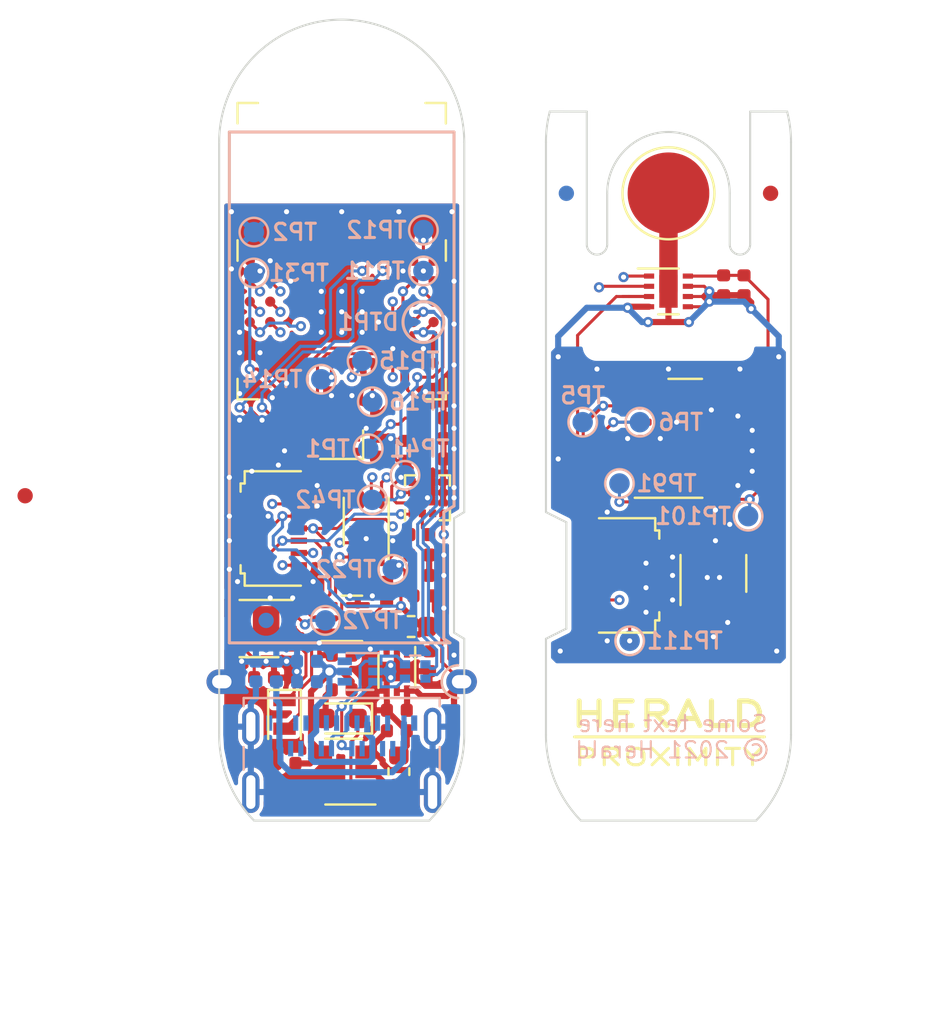
<source format=kicad_pcb>
(kicad_pcb (version 20171130) (host pcbnew "(5.1.6-0)")
  (title_block (title "Herald Bluetooth Wearable Beacon") (company "Herald Project") (comment 1 "© 2021 Herald Project Contributors") (comment 2 "Licensed under CERN-OHL-P version 2"))
  (layers (0 F.Cu signal) (1 In1.Cu signal) (2 In2.Cu signal) (31 B.Cu signal) (34 B.Paste user) (35 F.Paste user) (36 B.SilkS user) (37 F.SilkS user) (38 B.Mask user) (39 F.Mask user) (44 Edge.Cuts user))
  (net 0 "")
  (net 1 VBUS)
  (net 2 GND)
  (net 3 VDD)
  (net 4 "/Core Board/NFC1")
  (net 5 "/Core Board/NFC2")
  (net 6 +BATT)
  (net 7 "/Core Board/BT_STAT")
  (net 8 "Net-(D1-Pad4)")
  (net 9 "Net-(D1-Pad3)")
  (net 10 "Net-(D1-Pad2)")
  (net 11 "Net-(D2-Pad2)")
  (net 12 "/Core Board/CH_STAT")
  (net 13 Earth)
  (net 14 "Net-(J1-PadB8)")
  (net 15 "Net-(J1-PadA7)")
  (net 16 "Net-(J1-PadA6)")
  (net 17 "Net-(J1-PadB5)")
  (net 18 "Net-(J1-PadA8)")
  (net 19 "Net-(J1-PadA5)")
  (net 20 "/Core Board/SDA")
  (net 21 "/Core Board/SCL")
  (net 22 "/Core Board/BIO_INT")
  (net 23 "/Core Board/TMP_INT")
  (net 24 "Net-(L31-Pad2)")
  (net 25 "/Core Board/LED_B")
  (net 26 "/Core Board/LED_G")
  (net 27 "/Core Board/LED_R")
  (net 28 "Net-(R21-Pad1)")
  (net 29 "Net-(R41-Pad2)")
  (net 30 "/Core Board/LS_INT")
  (net 31 "/Core Board/FLASH_RST")
  (net 32 "/Core Board/FLASH_WP")
  (net 33 "/Core Board/USB_D+")
  (net 34 "/Core Board/USB_D-")
  (net 35 "/Core Board/SWDIO")
  (net 36 "/Core Board/SWDCLK")
  (net 37 "/Core Board/MISO")
  (net 38 "/Core Board/MOSI")
  (net 39 "/Core Board/SCLK")
  (net 40 "/Core Board/ACC_INT1")
  (net 41 "/Core Board/ACC_INT2")
  (net 42 "/Core Board/RTC_INT")
  (net 43 "/Core Board/FLASH_CS")
  (net 44 "Net-(U4-Pad3)")
  (net 45 "Net-(U5-Pad5)")
  (net 46 "Net-(U7-Pad2)")
  (net 47 "Net-(U7-Pad1)")
  (net 48 GNDPWR)
  (net 49 "Net-(U8-Pad4)")
  (net 50 "Net-(U8-Pad6)")
  (net 51 "Net-(U7-Pad8)")
  (net 52 "Net-(U7-PadEP)")
  (net 53 "Net-(U7-Pad9)")
  (net 54 GND1)
  (net 55 +1V8)
  (net 56 Vdrive)
  (net 57 VDD1)
  (net 58 "Net-(J3-Pad2)")
  (net 59 "/Extension Board/TMP_INT")
  (net 60 "/Extension Board/BIO_INT")
  (net 61 "/Extension Board/SCL")
  (net 62 "/Extension Board/SDA")
  (net 63 "Net-(J3-Pad1)")
  (net 64 "Net-(U9-Pad14)")
  (net 65 "Net-(U9-Pad8)")
  (net 66 "Net-(U9-Pad7)")
  (net 67 "Net-(U9-Pad6)")
  (net 68 "Net-(U9-Pad5)")
  (net 69 "Net-(U9-Pad1)")
  (net 70 "Net-(U10-Pad4)")
  (module Herald_Extras:SOT-563 (layer B.Cu) (at 150.9 111.4 180)
    (fp_text reference U8 hide)
    (fp_text value DT1446-04V)
    (pad 5 smd rect (at 0.75 0 180) (size 0.7 0.375) (layers B.Cu B.Paste B.Mask) (net 1 VBUS))
    (pad 4 smd rect (at 0.75 -0.5 180) (size 0.7 0.375) (layers B.Cu B.Paste B.Mask) (net 49 "Net-(U8-Pad4)"))
    (pad 2 smd rect (at -0.75 0 180) (size 0.7 0.375) (layers B.Cu B.Paste B.Mask) (net 2 GND))
    (pad 6 smd rect (at 0.75 0.5 180) (size 0.7 0.375) (layers B.Cu B.Paste B.Mask) (net 50 "Net-(U8-Pad6)"))
    (pad 3 smd rect (at -0.75 -0.5 180) (size 0.7 0.375) (layers B.Cu B.Paste B.Mask) (net 16 "Net-(J1-PadA6)"))
    (pad 1 smd rect (at -0.75 0.5 180) (size 0.7 0.375) (layers B.Cu B.Paste B.Mask) (net 15 "Net-(J1-PadA7)"))
  )
  (module Herald_Extras:MillSlot_8.0x1.0mm (layer F.Cu) (at 166 95.5)
    (fp_text reference H2 hide)
    (fp_text value ThermalSlot)
    (pad "" np_thru_hole oval (at 0 0) (size 8 1) (drill oval 8 1) (layers *.Cu *.Mask))
  )
  (module TestPoint:TestPoint_Pad_D4.0mm (layer F.Cu) (at 166 88)
    (fp_text reference TP112 hide)
    (fp_text value ThPad)
    (pad 1 smd circle (at 0 0) (size 4 4) (layers F.Cu F.Mask) (net 54 GND1))
  )
  (module Herald_Extras:USON-8-1EP_2x3mm_P0.5mm_EP0.25x1.65mm (layer F.Cu) (at 151.2 104.4 90)
    (fp_text reference U6 hide)
    (fp_text value MX25R8035FZxxx0)
    (pad EP smd custom (at 0 0 90) (size 0.24 1.4) (layers F.Cu F.Paste F.Mask) (net 2 GND) (options (clearance outline) (anchor rect)) (primitives (gr_poly (pts (xy -0.12 0.82) (xy 0.12 0.82) (xy 0.12 -0.82) (xy 0 -0.82) (xy -0.12 -0.7)) (width 0))))
    (pad 8 smd roundrect (at 1.4 -0.75 90) (size 0.9 0.3) (layers F.Cu F.Paste F.Mask) (roundrect_rratio 0.5) (net 3 VDD))
    (pad 7 smd roundrect (at 1.4 -0.25 90) (size 0.9 0.3) (layers F.Cu F.Paste F.Mask) (roundrect_rratio 0.5) (net 31 "/Core Board/FLASH_RST"))
    (pad 6 smd roundrect (at 1.4 0.25 90) (size 0.9 0.3) (layers F.Cu F.Paste F.Mask) (roundrect_rratio 0.5) (net 39 "/Core Board/SCLK"))
    (pad 5 smd roundrect (at 1.4 0.75 90) (size 0.9 0.3) (layers F.Cu F.Paste F.Mask) (roundrect_rratio 0.5) (net 38 "/Core Board/MOSI"))
    (pad 4 smd roundrect (at -1.4 0.75 90) (size 0.9 0.3) (layers F.Cu F.Paste F.Mask) (roundrect_rratio 0.5) (net 2 GND))
    (pad 3 smd roundrect (at -1.4 0.25 90) (size 0.9 0.3) (layers F.Cu F.Paste F.Mask) (roundrect_rratio 0.5) (net 32 "/Core Board/FLASH_WP"))
    (pad 2 smd roundrect (at -1.4 -0.25 90) (size 0.9 0.3) (layers F.Cu F.Paste F.Mask) (roundrect_rratio 0.5) (net 37 "/Core Board/MISO"))
    (pad 1 smd roundrect (at -1.4 -0.75 90) (size 0.9 0.3) (layers F.Cu F.Paste F.Mask) (roundrect_rratio 0.5) (net 43 "/Core Board/FLASH_CS"))
  )
  (module Herald_Extras:Fanstel_BC833x (layer F.Cu) (at 150 96.1)
    (fp_text reference U1 hide)
    (fp_text value BC833)
    (pad 28 smd circle (at -0.5 -1.8) (size 0.5 0.5) (layers F.Cu F.Paste F.Mask) (net 2 GND))
    (pad 27 smd circle (at -0.5 -2.8) (size 0.5 0.5) (layers F.Cu F.Paste F.Mask) (net 2 GND))
    (pad 26 smd circle (at 0.5 -1.8) (size 0.5 0.5) (layers F.Cu F.Paste F.Mask) (net 2 GND))
    (pad 25 smd circle (at 0.5 -2.8) (size 0.5 0.5) (layers F.Cu F.Paste F.Mask) (net 2 GND))
    (pad 24 smd circle (at 1.5 -4.8) (size 0.5 0.5) (layers F.Cu F.Paste F.Mask) (net 5 "/Core Board/NFC2"))
    (pad 23 smd circle (at 2.5 -4.8) (size 0.5 0.5) (layers F.Cu F.Paste F.Mask) (net 4 "/Core Board/NFC1"))
    (pad 22 smd circle (at 3.5 -4.8) (size 0.5 0.5) (layers F.Cu F.Paste F.Mask) (net 36 "/Core Board/SWDCLK"))
    (pad 21 smd circle (at 3.5 -3.8) (size 0.5 0.5) (layers F.Cu F.Paste F.Mask) (net 25 "/Core Board/LED_B"))
    (pad 20 smd circle (at 3.5 -2.8) (size 0.5 0.5) (layers F.Cu F.Paste F.Mask) (net 27 "/Core Board/LED_R"))
    (pad 19 smd circle (at 3.5 -1.8) (size 0.5 0.5) (layers F.Cu F.Paste F.Mask) (net 33 "/Core Board/USB_D+"))
    (pad 18 smd circle (at 4.5 -4.8) (size 0.5 0.5) (layers F.Cu F.Paste F.Mask) (net 35 "/Core Board/SWDIO"))
    (pad 17 smd circle (at 4.5 -3.8) (size 0.5 0.5) (layers F.Cu F.Paste F.Mask) (net 40 "/Core Board/ACC_INT1"))
    (pad 16 smd circle (at 4.5 -2.8) (size 0.5 0.5) (layers F.Cu F.Paste F.Mask) (net 26 "/Core Board/LED_G"))
    (pad 15 smd circle (at 4.5 -1.8) (size 0.5 0.5) (layers F.Cu F.Paste F.Mask) (net 34 "/Core Board/USB_D-"))
    (pad 14 smd circle (at 4.5 0.2) (size 0.5 0.5) (layers F.Cu F.Paste F.Mask) (net 1 VBUS))
    (pad 13 smd circle (at 3.5 0.2) (size 0.5 0.5) (layers F.Cu F.Paste F.Mask) (net 1 VBUS))
    (pad 12 smd circle (at 2.5 0.2) (size 0.5 0.5) (layers F.Cu F.Paste F.Mask) (net 21 "/Core Board/SCL"))
    (pad 11 smd circle (at 1.5 0.2) (size 0.5 0.5) (layers F.Cu F.Paste F.Mask) (net 39 "/Core Board/SCLK"))
    (pad 10 smd circle (at 0.5 0.2) (size 0.5 0.5) (layers F.Cu F.Paste F.Mask) (net 38 "/Core Board/MOSI"))
    (pad 9 smd circle (at -0.5 0.2) (size 0.5 0.5) (layers F.Cu F.Paste F.Mask) (net 37 "/Core Board/MISO"))
    (pad 8 smd circle (at -3.5 -1.8) (size 0.5 0.5) (layers F.Cu F.Paste F.Mask) (net 20 "/Core Board/SDA"))
    (pad 7 smd circle (at -3.5 -2.8) (size 0.5 0.5) (layers F.Cu F.Paste F.Mask) (net 43 "/Core Board/FLASH_CS"))
    (pad 6 smd circle (at -3.5 -3.8) (size 0.5 0.5) (layers F.Cu F.Paste F.Mask) (net 7 "/Core Board/BT_STAT"))
    (pad 4 smd circle (at -4.5 -1.8) (size 0.5 0.5) (layers F.Cu F.Paste F.Mask) (net 41 "/Core Board/ACC_INT2"))
    (pad 5 smd circle (at -4.5 -0.8) (size 0.5 0.5) (layers F.Cu F.Paste F.Mask) (net 2 GND))
    (pad 3 smd circle (at -4.5 -2.8) (size 0.5 0.5) (layers F.Cu F.Paste F.Mask) (net 42 "/Core Board/RTC_INT"))
    (pad 2 smd circle (at -4.5 -3.8) (size 0.5 0.5) (layers F.Cu F.Paste F.Mask) (net 22 "/Core Board/BIO_INT"))
    (pad 1 smd circle (at -4.5 -4.8) (size 0.5 0.5) (layers F.Cu F.Paste F.Mask) (net 3 VDD))
  )
  (module Resistor_SMD:R_0402_1005Metric (layer F.Cu) (at 154 107.7 180)
    (fp_text reference R23 hide)
    (fp_text value 6.8M)
    (pad 2 smd roundrect (at 0.485 0 180) (size 0.59 0.64) (layers F.Cu F.Paste F.Mask) (net 7 "/Core Board/BT_STAT"))
    (pad 1 smd roundrect (at -0.485 0 180) (size 0.59 0.64) (layers F.Cu F.Paste F.Mask) (net 6 +BATT))
  )
  (module Resistor_SMD:R_0402_1005Metric (layer F.Cu) (at 150.7 107 180)
    (fp_text reference R62 hide)
    (fp_text value 10k)
    (pad 2 smd roundrect (at 0.485 0 180) (size 0.59 0.64) (layers F.Cu F.Paste F.Mask) (net 32 "/Core Board/FLASH_WP"))
    (pad 1 smd roundrect (at -0.485 0 180) (size 0.59 0.64) (layers F.Cu F.Paste F.Mask) (net 3 VDD))
  )
  (module Resistor_SMD:R_0402_1005Metric (layer F.Cu) (at 150.2 101.8)
    (fp_text reference R61 hide)
    (fp_text value 10k)
    (pad 2 smd roundrect (at 0.485 0) (size 0.59 0.64) (layers F.Cu F.Paste F.Mask) (net 31 "/Core Board/FLASH_RST"))
    (pad 1 smd roundrect (at -0.485 0) (size 0.59 0.64) (layers F.Cu F.Paste F.Mask) (net 3 VDD))
  )
  (module Resistor_SMD:R_0402_1005Metric (layer F.Cu) (at 152.2 107.5 270)
    (fp_text reference R51 hide)
    (fp_text value 10k)
    (pad 2 smd roundrect (at 0.485 0 270) (size 0.59 0.64) (layers F.Cu F.Paste F.Mask) (net 30 "/Core Board/LS_INT"))
    (pad 1 smd roundrect (at -0.485 0 270) (size 0.59 0.64) (layers F.Cu F.Paste F.Mask) (net 3 VDD))
  )
  (module Resistor_SMD:R_0402_1005Metric (layer F.Cu) (at 153.8 104.7)
    (fp_text reference R41 hide)
    (fp_text value 10k)
    (pad 2 smd roundrect (at 0.485 0) (size 0.59 0.64) (layers F.Cu F.Paste F.Mask) (net 29 "Net-(R41-Pad2)"))
    (pad 1 smd roundrect (at -0.485 0) (size 0.59 0.64) (layers F.Cu F.Paste F.Mask) (net 3 VDD))
  )
  (module Resistor_SMD:R_0402_1005Metric (layer F.Cu) (at 153.8 105.7)
    (fp_text reference R24 hide)
    (fp_text value 10M)
    (pad 2 smd roundrect (at 0.485 0) (size 0.59 0.64) (layers F.Cu F.Paste F.Mask) (net 2 GND))
    (pad 1 smd roundrect (at -0.485 0) (size 0.59 0.64) (layers F.Cu F.Paste F.Mask) (net 7 "/Core Board/BT_STAT"))
  )
  (module Resistor_SMD:R_0402_1005Metric (layer F.Cu) (at 150 112.3)
    (fp_text reference R22 hide)
    (fp_text value Tune)
    (pad 2 smd roundrect (at 0.485 0) (size 0.59 0.64) (layers F.Cu F.Paste F.Mask) (net 1 VBUS))
    (pad 1 smd roundrect (at -0.485 0) (size 0.59 0.64) (layers F.Cu F.Paste F.Mask) (net 11 "Net-(D2-Pad2)"))
  )
  (module Resistor_SMD:R_0402_1005Metric (layer F.Cu) (at 147.25 117.25 180)
    (fp_text reference R21 hide)
    (fp_text value 10k)
    (pad 2 smd roundrect (at 0.485 0 180) (size 0.59 0.64) (layers F.Cu F.Paste F.Mask) (net 2 GND))
    (pad 1 smd roundrect (at -0.485 0 180) (size 0.59 0.64) (layers F.Cu F.Paste F.Mask) (net 28 "Net-(R21-Pad1)"))
  )
  (module Resistor_SMD:R_0402_1005Metric (layer F.Cu) (at 151.2 98.9 180)
    (fp_text reference R3 hide)
    (fp_text value Tune)
    (pad 2 smd roundrect (at 0.485 0 180) (size 0.59 0.64) (layers F.Cu F.Paste F.Mask) (net 10 "Net-(D1-Pad2)"))
    (pad 1 smd roundrect (at -0.485 0 180) (size 0.59 0.64) (layers F.Cu F.Paste F.Mask) (net 27 "/Core Board/LED_R"))
  )
  (module Resistor_SMD:R_0402_1005Metric (layer F.Cu) (at 148.3 100.3 270)
    (fp_text reference R2 hide)
    (fp_text value Tune)
    (pad 2 smd roundrect (at 0.485 0 270) (size 0.59 0.64) (layers F.Cu F.Paste F.Mask) (net 8 "Net-(D1-Pad4)"))
    (pad 1 smd roundrect (at -0.485 0 270) (size 0.59 0.64) (layers F.Cu F.Paste F.Mask) (net 26 "/Core Board/LED_G"))
  )
  (module Resistor_SMD:R_0402_1005Metric (layer F.Cu) (at 149.3 98.9)
    (fp_text reference R1 hide)
    (fp_text value Tune)
    (pad 2 smd roundrect (at 0.485 0) (size 0.59 0.64) (layers F.Cu F.Paste F.Mask) (net 9 "Net-(D1-Pad3)"))
    (pad 1 smd roundrect (at -0.485 0) (size 0.59 0.64) (layers F.Cu F.Paste F.Mask) (net 25 "/Core Board/LED_B"))
  )
  (module Package_LGA:LGA-12_2x2mm_P0.5mm (layer F.Cu) (at 154.2 102.9 90)
    (fp_text reference U4 hide)
    (fp_text value LIS2DE12)
    (pad 12 smd rect (at -0.25 -0.7625 180) (size 0.375 0.35) (layers F.Cu F.Paste F.Mask) (net 40 "/Core Board/ACC_INT1"))
    (pad 11 smd rect (at 0.25 -0.7625 180) (size 0.375 0.35) (layers F.Cu F.Paste F.Mask) (net 41 "/Core Board/ACC_INT2"))
    (pad 6 smd rect (at 0.25 0.7625 180) (size 0.375 0.35) (layers F.Cu F.Paste F.Mask) (net 2 GND))
    (pad 5 smd rect (at -0.25 0.7625 180) (size 0.375 0.35) (layers F.Cu F.Paste F.Mask) (net 2 GND))
    (pad 10 smd rect (at 0.7625 -0.75 90) (size 0.375 0.35) (layers F.Cu F.Paste F.Mask) (net 3 VDD))
    (pad 1 smd rect (at -0.7625 -0.75 90) (size 0.375 0.35) (layers F.Cu F.Paste F.Mask) (net 21 "/Core Board/SCL"))
    (pad 7 smd rect (at 0.7625 0.75 90) (size 0.375 0.35) (layers F.Cu F.Paste F.Mask) (net 2 GND))
    (pad 4 smd rect (at -0.7625 0.75 90) (size 0.375 0.35) (layers F.Cu F.Paste F.Mask) (net 20 "/Core Board/SDA"))
    (pad 8 smd rect (at 0.7625 0.25 90) (size 0.375 0.35) (layers F.Cu F.Paste F.Mask) (net 2 GND))
    (pad 9 smd rect (at 0.7625 -0.25 90) (size 0.375 0.35) (layers F.Cu F.Paste F.Mask) (net 3 VDD))
    (pad 3 smd rect (at -0.7625 0.25 90) (size 0.375 0.35) (layers F.Cu F.Paste F.Mask) (net 44 "Net-(U4-Pad3)"))
    (pad 2 smd rect (at -0.7625 -0.25 90) (size 0.375 0.35) (layers F.Cu F.Paste F.Mask) (net 29 "Net-(R41-Pad2)"))
  )
  (module TestPoint:TestPoint_Pad_D1.0mm (layer B.Cu) (at 145.7 89.9)
    (fp_text reference TP2 (at 2 0) (layer B.SilkS) (effects (font (size 0.8 0.8)) (justify mirror)))
    (fp_text value GND)
    (pad 1 smd circle (at 0 0) (size 1 1) (layers B.Cu B.Mask) (net 2 GND))
  )
  (module TestPoint:TestPoint_Pad_D1.0mm (layer B.Cu) (at 151.3 100.5)
    (fp_text reference TP1 (at -2 0) (layer B.SilkS) (effects (font (size 0.8 0.8)) (justify mirror)))
    (fp_text value VBUS)
    (pad 1 smd circle (at 0 0) (size 1 1) (layers B.Cu B.Mask) (net 1 VBUS))
  )
  (module TestPoint:TestPoint_Pad_D1.0mm (layer B.Cu) (at 164.1 109.9)
    (fp_text reference TP111 (at 2.7 0) (layer B.SilkS) (effects (font (size 0.8 0.8)) (justify mirror)))
    (fp_text value TMPINT)
    (pad 1 smd circle (at 0 0) (size 1 1) (layers B.Cu B.Mask) (net 59 "/Extension Board/TMP_INT"))
  )
  (module TestPoint:TestPoint_Pad_D1.0mm (layer B.Cu) (at 169.9 103.8)
    (fp_text reference TP101 (at -2.7 0) (layer B.SilkS) (effects (font (size 0.8 0.8)) (justify mirror)))
    (fp_text value 1V8)
    (pad 1 smd circle (at 0 0) (size 1 1) (layers B.Cu B.Mask) (net 55 +1V8))
  )
  (module TestPoint:TestPoint_Pad_D1.0mm (layer B.Cu) (at 163.6 102.2)
    (fp_text reference TP91 (at 2.3 0) (layer B.SilkS) (effects (font (size 0.8 0.8)) (justify mirror)))
    (fp_text value BIOINT)
    (pad 1 smd circle (at 0 0) (size 1 1) (layers B.Cu B.Mask) (net 60 "/Extension Board/BIO_INT"))
  )
  (module TestPoint:TestPoint_Pad_D1.0mm (layer B.Cu) (at 164.6 99.2)
    (fp_text reference TP6 (at 2 0) (layer B.SilkS) (effects (font (size 0.8 0.8)) (justify mirror)))
    (fp_text value SDA)
    (pad 1 smd circle (at 0 0) (size 1 1) (layers B.Cu B.Mask) (net 62 "/Extension Board/SDA"))
  )
  (module TestPoint:TestPoint_Pad_D1.0mm (layer B.Cu) (at 161.8 99.2)
    (fp_text reference TP5 (at 0 -1.3) (layer B.SilkS) (effects (font (size 0.8 0.8)) (justify mirror)))
    (fp_text value SCL)
    (pad 1 smd circle (at 0 0) (size 1 1) (layers B.Cu B.Mask) (net 61 "/Extension Board/SCL"))
  )
  (module OptoDevice:Maxim_OLGA-14_3.3x5.6mm_P0.8mm (layer F.Cu) (at 166 100)
    (fp_text reference U9 hide)
    (fp_text value MAX30102)
    (pad 14 smd roundrect (at 1.2 -2.4) (size 0.75 0.35) (layers F.Cu F.Paste F.Mask) (net 64 "Net-(U9-Pad14)"))
    (pad 13 smd roundrect (at 1.2 -1.6) (size 0.75 0.35) (layers F.Cu F.Paste F.Mask) (net 60 "/Extension Board/BIO_INT"))
    (pad 12 smd roundrect (at 1.2 -0.8) (size 0.75 0.35) (layers F.Cu F.Paste F.Mask) (net 54 GND1))
    (pad 11 smd roundrect (at 1.2 0) (size 0.75 0.35) (layers F.Cu F.Paste F.Mask) (net 55 +1V8))
    (pad 10 smd roundrect (at 1.2 0.8) (size 0.75 0.35) (layers F.Cu F.Paste F.Mask) (net 56 Vdrive))
    (pad 9 smd roundrect (at 1.2 1.6) (size 0.75 0.35) (layers F.Cu F.Paste F.Mask) (net 56 Vdrive))
    (pad 8 smd roundrect (at 1.2 2.4) (size 0.75 0.35) (layers F.Cu F.Paste F.Mask) (net 65 "Net-(U9-Pad8)"))
    (pad 7 smd roundrect (at -1.2 2.4) (size 0.75 0.35) (layers F.Cu F.Paste F.Mask) (net 66 "Net-(U9-Pad7)"))
    (pad 6 smd roundrect (at -1.2 1.6) (size 0.75 0.35) (layers F.Cu F.Paste F.Mask) (net 67 "Net-(U9-Pad6)"))
    (pad 5 smd roundrect (at -1.2 0.8) (size 0.75 0.35) (layers F.Cu F.Paste F.Mask) (net 68 "Net-(U9-Pad5)"))
    (pad 4 smd roundrect (at -1.2 0) (size 0.75 0.35) (layers F.Cu F.Paste F.Mask) (net 54 GND1))
    (pad 3 smd roundrect (at -1.2 -0.8) (size 0.75 0.35) (layers F.Cu F.Paste F.Mask) (net 62 "/Extension Board/SDA"))
    (pad 2 smd roundrect (at -1.2 -1.6) (size 0.75 0.35) (layers F.Cu F.Paste F.Mask) (net 61 "/Extension Board/SCL"))
    (pad 1 smd roundrect (at -1.2 -2.4) (size 0.75 0.35) (layers F.Cu F.Paste F.Mask) (net 69 "Net-(U9-Pad1)"))
  )
  (module Package_SON:WSON-8-1EP_2x2mm_P0.5mm_EP0.9x1.6mm (layer F.Cu) (at 166 92.8)
    (fp_text reference U11 hide)
    (fp_text value TMP1075)
    (pad 6 smd rect (at 0.95 0.25) (size 0.5 0.25) (layers F.Cu F.Paste F.Mask) (net 54 GND1))
    (pad 5 smd rect (at 0.95 0.75) (size 0.5 0.25) (layers F.Cu F.Paste F.Mask) (net 54 GND1))
    (pad 4 smd rect (at -0.95 0.75) (size 0.5 0.25) (layers F.Cu F.Paste F.Mask) (net 54 GND1))
    (pad 2 smd rect (at -0.95 -0.25) (size 0.5 0.25) (layers F.Cu F.Paste F.Mask) (net 61 "/Extension Board/SCL"))
    (pad 1 smd rect (at -0.95 -0.75) (size 0.5 0.25) (layers F.Cu F.Paste F.Mask) (net 62 "/Extension Board/SDA"))
    (pad 9 smd rect (at 0 0) (size 0.9 1.6) (layers F.Cu F.Mask) (net 54 GND1))
    (pad 8 smd rect (at 0.95 -0.75) (size 0.5 0.25) (layers F.Cu F.Paste F.Mask) (net 57 VDD1))
    (pad 7 smd rect (at 0.95 -0.25) (size 0.5 0.25) (layers F.Cu F.Paste F.Mask) (net 54 GND1))
    (pad 3 smd rect (at -0.95 0.25) (size 0.5 0.25) (layers F.Cu F.Paste F.Mask) (net 59 "/Extension Board/TMP_INT"))
  )
  (module Package_TO_SOT_SMD:SOT-23-5 (layer F.Cu) (at 168.2 106.6 90)
    (fp_text reference U10 hide)
    (fp_text value TCR3UFxxA)
    (pad 5 smd rect (at 1.1 -0.95 90) (size 1.06 0.65) (layers F.Cu F.Paste F.Mask) (net 55 +1V8))
    (pad 4 smd rect (at 1.1 0.95 90) (size 1.06 0.65) (layers F.Cu F.Paste F.Mask) (net 70 "Net-(U10-Pad4)"))
    (pad 3 smd rect (at -1.1 0.95 90) (size 1.06 0.65) (layers F.Cu F.Paste F.Mask) (net 57 VDD1))
    (pad 2 smd rect (at -1.1 0 90) (size 1.06 0.65) (layers F.Cu F.Paste F.Mask) (net 54 GND1))
    (pad 1 smd rect (at -1.1 -0.95 90) (size 1.06 0.65) (layers F.Cu F.Paste F.Mask) (net 57 VDD1))
  )
  (module Herald_Extras:TE_1-2328724-3_2Rows_13Pins_P0.3mm_Horizontal (layer F.Cu) (at 164.8 106.7 270)
    (fp_text reference J3 hide)
    (fp_text value Extension)
    (pad MP smd rect (at 2.45 1.8 270) (size 0.4 0.95) (layers F.Cu F.Paste F.Mask) (net 54 GND1))
    (pad MP smd rect (at -2.45 1.8 270) (size 0.4 0.95) (layers F.Cu F.Paste F.Mask) (net 54 GND1))
    (pad 12 smd rect (at 1.5 -0.775 270) (size 0.3 0.65) (layers F.Cu F.Paste F.Mask) (net 54 GND1))
    (pad 10 smd rect (at 0.9 -0.775 270) (size 0.3 0.65) (layers F.Cu F.Paste F.Mask) (net 54 GND1))
    (pad 8 smd rect (at 0.3 -0.775 270) (size 0.3 0.65) (layers F.Cu F.Paste F.Mask) (net 54 GND1))
    (pad 6 smd rect (at -0.3 -0.775 270) (size 0.3 0.65) (layers F.Cu F.Paste F.Mask) (net 54 GND1))
    (pad 4 smd rect (at -0.9 -0.775 270) (size 0.3 0.65) (layers F.Cu F.Paste F.Mask) (net 54 GND1))
    (pad 2 smd rect (at -1.5 -0.775 270) (size 0.3 0.65) (layers F.Cu F.Paste F.Mask) (net 58 "Net-(J3-Pad2)"))
    (pad 13 smd rect (at 1.8 2.1 270) (size 0.3 0.8) (layers F.Cu F.Paste F.Mask) (net 59 "/Extension Board/TMP_INT"))
    (pad 11 smd rect (at 1.2 2.1 270) (size 0.3 0.8) (layers F.Cu F.Paste F.Mask) (net 60 "/Extension Board/BIO_INT"))
    (pad 9 smd rect (at 0.6 2.1 270) (size 0.3 0.8) (layers F.Cu F.Paste F.Mask) (net 61 "/Extension Board/SCL"))
    (pad 7 smd rect (at 0 2.1 270) (size 0.3 0.8) (layers F.Cu F.Paste F.Mask) (net 62 "/Extension Board/SDA"))
    (pad 5 smd rect (at -0.6 2.1 270) (size 0.3 0.8) (layers F.Cu F.Paste F.Mask) (net 57 VDD1))
    (pad 3 smd rect (at -1.2 2.1 270) (size 0.3 0.8) (layers F.Cu F.Paste F.Mask) (net 56 Vdrive))
    (pad 1 smd rect (at -1.8 2.1 270) (size 0.3 0.8) (layers F.Cu F.Paste F.Mask) (net 63 "Net-(J3-Pad1)"))
  )
  (module Fiducial:Fiducial_0.75mm_Mask1.5mm (layer B.Cu) (at 161 88)
    (fp_text reference FID4 hide)
    (fp_text value Fiducial)
    (pad "" smd circle (at 0 0) (size 0.75 0.75) (layers B.Cu B.Mask) (clearance 0.375))
  )
  (module Fiducial:Fiducial_0.75mm_Mask1.5mm (layer F.Cu) (at 171 88)
    (fp_text reference FID3 hide)
    (fp_text value Fiducial)
    (pad "" smd circle (at 0 0) (size 0.75 0.75) (layers F.Cu F.Mask) (clearance 0.375))
  )
  (module Capacitor_SMD:C_0402_1005Metric (layer F.Cu) (at 169.7 92.5 90)
    (fp_text reference C112 hide)
    (fp_text value 4.7uF)
    (pad 2 smd roundrect (at 0.485 0 90) (size 0.59 0.64) (layers F.Cu F.Paste F.Mask) (net 57 VDD1))
    (pad 1 smd roundrect (at -0.485 0 90) (size 0.59 0.64) (layers F.Cu F.Paste F.Mask) (net 54 GND1))
  )
  (module Capacitor_SMD:C_0402_1005Metric (layer F.Cu) (at 168.7 92.5 90)
    (fp_text reference C111 hide)
    (fp_text value 100nF)
    (pad 2 smd roundrect (at 0.485 0 90) (size 0.59 0.64) (layers F.Cu F.Paste F.Mask) (net 57 VDD1))
    (pad 1 smd roundrect (at -0.485 0 90) (size 0.59 0.64) (layers F.Cu F.Paste F.Mask) (net 54 GND1))
  )
  (module Capacitor_SMD:C_0402_1005Metric (layer F.Cu) (at 167.785 104.2)
    (fp_text reference C102 hide)
    (fp_text value 1uF)
    (pad 2 smd roundrect (at 0.485 0) (size 0.59 0.64) (layers F.Cu F.Paste F.Mask) (net 54 GND1))
    (pad 1 smd roundrect (at -0.485 0) (size 0.59 0.64) (layers F.Cu F.Paste F.Mask) (net 55 +1V8))
  )
  (module Capacitor_SMD:C_0402_1005Metric (layer F.Cu) (at 167.7 109)
    (fp_text reference C101 hide)
    (fp_text value 1uF)
    (pad 2 smd roundrect (at 0.485 0) (size 0.59 0.64) (layers F.Cu F.Paste F.Mask) (net 54 GND1))
    (pad 1 smd roundrect (at -0.485 0) (size 0.59 0.64) (layers F.Cu F.Paste F.Mask) (net 57 VDD1))
  )
  (module Capacitor_SMD:C_0402_1005Metric (layer F.Cu) (at 168.9 101.6)
    (fp_text reference C93 hide)
    (fp_text value 10uF)
    (pad 2 smd roundrect (at 0.485 0) (size 0.59 0.64) (layers F.Cu F.Paste F.Mask) (net 54 GND1))
    (pad 1 smd roundrect (at -0.485 0) (size 0.59 0.64) (layers F.Cu F.Paste F.Mask) (net 56 Vdrive))
  )
  (module Capacitor_SMD:C_0402_1005Metric (layer F.Cu) (at 168.9 100.6)
    (fp_text reference C92 hide)
    (fp_text value 100nF)
    (pad 2 smd roundrect (at 0.485 0) (size 0.59 0.64) (layers F.Cu F.Paste F.Mask) (net 54 GND1))
    (pad 1 smd roundrect (at -0.485 0) (size 0.59 0.64) (layers F.Cu F.Paste F.Mask) (net 55 +1V8))
  )
  (module Capacitor_SMD:C_0402_1005Metric (layer F.Cu) (at 168.9 99.6)
    (fp_text reference C91 hide)
    (fp_text value 10uF)
    (pad 2 smd roundrect (at 0.485 0) (size 0.59 0.64) (layers F.Cu F.Paste F.Mask) (net 54 GND1))
    (pad 1 smd roundrect (at -0.485 0) (size 0.59 0.64) (layers F.Cu F.Paste F.Mask) (net 55 +1V8))
  )
  (module Fiducial:Fiducial_0.75mm_Mask1.5mm (layer F.Cu) (at 134.5 102.8)
    (fp_text reference FID1 hide)
    (fp_text value Fiducial)
    (pad "" smd circle (at 0 0) (size 0.75 0.75) (layers F.Cu F.Mask) (clearance 0.375))
  )
  (module Herald_Extras:LED_Kingbright_APHF1608 (layer F.Cu) (at 150 100.3 180)
    (fp_text reference D1 hide)
    (fp_text value LED_ARBG)
    (pad 4 smd rect (at 0.65 -0.35 180) (size 0.5 0.4) (layers F.Cu F.Paste F.Mask) (net 8 "Net-(D1-Pad4)"))
    (pad 3 smd rect (at 0.65 0.35 180) (size 0.5 0.4) (layers F.Cu F.Paste F.Mask) (net 9 "Net-(D1-Pad3)"))
    (pad 2 smd rect (at -0.65 0.35 180) (size 0.5 0.4) (layers F.Cu F.Paste F.Mask) (net 10 "Net-(D1-Pad2)"))
    (pad 1 smd rect (at -0.65 -0.35 180) (size 0.5 0.4) (layers F.Cu F.Paste F.Mask) (net 3 VDD))
  )
  (module Inductor_SMD:L_0402_1005Metric (layer B.Cu) (at 146.8 111.4 90)
    (fp_text reference FB2 hide)
    (fp_text value 120R/0.6A)
    (pad 2 smd roundrect (at 0.485 0 90) (size 0.59 0.64) (layers B.Cu B.Paste B.Mask) (net 2 GND))
    (pad 1 smd roundrect (at -0.485 0 90) (size 0.59 0.64) (layers B.Cu B.Paste B.Mask) (net 48 GNDPWR))
  )
  (module Inductor_SMD:L_0402_1005Metric (layer B.Cu) (at 145.8 111.4 90)
    (fp_text reference FB1 hide)
    (fp_text value 120R/0.6A)
    (pad 2 smd roundrect (at 0.485 0 90) (size 0.59 0.64) (layers B.Cu B.Paste B.Mask) (net 2 GND))
    (pad 1 smd roundrect (at -0.485 0 90) (size 0.59 0.64) (layers B.Cu B.Paste B.Mask) (net 13 Earth))
  )
  (module TestPoint:TestPoint_Pad_D1.0mm (layer B.Cu) (at 149.2 108.9)
    (fp_text reference TP72 (at 2.3 0) (layer B.SilkS) (effects (font (size 0.8 0.8)) (justify mirror)))
    (fp_text value RTCINT)
    (pad 1 smd circle (at 0 0) (size 1 1) (layers B.Cu B.Mask) (net 42 "/Core Board/RTC_INT"))
  )
  (module TestPoint:TestPoint_Pad_D1.0mm (layer B.Cu) (at 151.5 103)
    (fp_text reference TP42 (at -2.3 0) (layer B.SilkS) (effects (font (size 0.8 0.8)) (justify mirror)))
    (fp_text value ACCINT2)
    (pad 1 smd circle (at 0 0) (size 1 1) (layers B.Cu B.Mask) (net 41 "/Core Board/ACC_INT2"))
  )
  (module TestPoint:TestPoint_Pad_D1.0mm (layer B.Cu) (at 153.1 101.8)
    (fp_text reference TP41 (at 0.7 -1.3) (layer B.SilkS) (effects (font (size 0.8 0.8)) (justify mirror)))
    (fp_text value ACCINT1)
    (pad 1 smd circle (at 0 0) (size 1 1) (layers B.Cu B.Mask) (net 40 "/Core Board/ACC_INT1"))
  )
  (module TestPoint:TestPoint_Pad_D1.0mm (layer B.Cu) (at 145.7 91.9)
    (fp_text reference TP31 (at 2.2 0) (layer B.SilkS) (effects (font (size 0.8 0.8)) (justify mirror)))
    (fp_text value VDD)
    (pad 1 smd circle (at 0 0) (size 1 1) (layers B.Cu B.Mask) (net 3 VDD))
  )
  (module TestPoint:TestPoint_Pad_D1.0mm (layer B.Cu) (at 152.5 106.4)
    (fp_text reference TP22 (at -2.3 0) (layer B.SilkS) (effects (font (size 0.8 0.8)) (justify mirror)))
    (fp_text value BTSTAT)
    (pad 1 smd circle (at 0 0) (size 1 1) (layers B.Cu B.Mask) (net 7 "/Core Board/BT_STAT"))
  )
  (module TestPoint:TestPoint_Pad_D1.0mm (layer B.Cu) (at 151.5 98.2)
    (fp_text reference TP16 (at 2.3 0) (layer B.SilkS) (effects (font (size 0.8 0.8)) (justify mirror)))
    (fp_text value SCLK)
    (pad 1 smd circle (at 0 0) (size 1 1) (layers B.Cu B.Mask) (net 39 "/Core Board/SCLK"))
  )
  (module TestPoint:TestPoint_Pad_D1.0mm (layer B.Cu) (at 151 96.2)
    (fp_text reference TP15 (at 2.3 0) (layer B.SilkS) (effects (font (size 0.8 0.8)) (justify mirror)))
    (fp_text value MOSI)
    (pad 1 smd circle (at 0 0) (size 1 1) (layers B.Cu B.Mask) (net 38 "/Core Board/MOSI"))
  )
  (module TestPoint:TestPoint_Pad_D1.0mm (layer B.Cu) (at 149 97.1)
    (fp_text reference TP14 (at -2.4 0) (layer B.SilkS) (effects (font (size 0.8 0.8)) (justify mirror)))
    (fp_text value MISO)
    (pad 1 smd circle (at 0 0) (size 1 1) (layers B.Cu B.Mask) (net 37 "/Core Board/MISO"))
  )
  (module TestPoint:TestPoint_Pad_D1.0mm (layer B.Cu) (at 154 89.8)
    (fp_text reference TP12 (at -2.3 0 180) (layer B.SilkS) (effects (font (size 0.8 0.8)) (justify mirror)))
    (fp_text value SWDCLK)
    (pad 1 smd circle (at 0 0) (size 1 1) (layers B.Cu B.Mask) (net 36 "/Core Board/SWDCLK"))
  )
  (module TestPoint:TestPoint_Pad_D1.0mm (layer B.Cu) (at 154 91.8)
    (fp_text reference TP11 (at -2.4 0) (layer B.SilkS) (effects (font (size 0.8 0.8)) (justify mirror)))
    (fp_text value SWDIO)
    (pad 1 smd circle (at 0 0) (size 1 1) (layers B.Cu B.Mask) (net 35 "/Core Board/SWDIO"))
  )
  (module Fiducial:Fiducial_0.75mm_Mask1.5mm (layer B.Cu) (at 146.3 108.9)
    (fp_text reference FID2 hide)
    (fp_text value Fiducial)
    (pad "" smd circle (at 0 0) (size 0.75 0.75) (layers B.Cu B.Mask) (clearance 0.375))
  )
  (module Herald_Extras:Herald_Battery_Solder_Pads (layer B.Cu) (at 150 111.9 180)
    (fp_text reference BT1 hide)
    (fp_text value LiPo)
    (pad 2 thru_hole oval (at 5.87 0 180) (size 1.5 1.2) (drill oval 0.95 0.65) (layers *.Cu *.Mask) (net 2 GND))
    (pad 1 thru_hole oval (at -5.87 0 180) (size 1.5 1.2) (drill oval 0.95 0.65) (layers *.Cu *.Mask) (net 6 +BATT))
  )
  (module Resistor_SMD:R_0603_1608Metric (layer F.Cu) (at 152.8 116.3 90)
    (fp_text reference R4 hide)
    (fp_text value "0 Ohm")
    (pad 2 smd roundrect (at 0.7875 0 90) (size 0.875 0.95) (layers F.Cu F.Paste F.Mask) (net 2 GND))
    (pad 1 smd roundrect (at -0.7875 0 90) (size 0.875 0.95) (layers F.Cu F.Paste F.Mask) (net 2 GND))
  )
  (module Resistor_SMD:R_Array_Convex_2x0402 (layer B.Cu) (at 153.6 111.4)
    (fp_text reference RN1 hide)
    (fp_text value 22R)
    (pad 4 smd rect (at 0.5 0.35) (size 0.5 0.4) (layers B.Cu B.Paste B.Mask) (net 33 "/Core Board/USB_D+"))
    (pad 3 smd rect (at 0.5 -0.35) (size 0.5 0.4) (layers B.Cu B.Paste B.Mask) (net 34 "/Core Board/USB_D-"))
    (pad 2 smd rect (at -0.5 -0.35) (size 0.5 0.4) (layers B.Cu B.Paste B.Mask) (net 15 "Net-(J1-PadA7)"))
    (pad 1 smd rect (at -0.5 0.35) (size 0.5 0.4) (layers B.Cu B.Paste B.Mask) (net 16 "Net-(J1-PadA6)"))
  )
  (module MountingHole:MountingHole_2mm (layer F.Cu) (at 150 81.8)
    (fp_text reference H1 hide)
    (fp_text value MountingHole)
    (pad "" np_thru_hole circle (at 0 0) (size 2 2) (drill 2) (layers *.Cu *.Mask))
  )
  (module Crystal:Crystal_SMD_2012-2Pin_2.0x1.2mm (layer F.Cu) (at 147.2 113.5 270)
    (fp_text reference Y71 hide)
    (fp_text value 32.768kHz)
    (pad 2 smd rect (at 0.7 0 270) (size 0.6 1.1) (layers F.Cu F.Paste F.Mask) (net 46 "Net-(U7-Pad2)"))
    (pad 1 smd rect (at -0.7 0 270) (size 0.6 1.1) (layers F.Cu F.Paste F.Mask) (net 47 "Net-(U7-Pad1)"))
  )
  (module Herald_Extras:DFN-10-1EP_2.6x2.6mm_P0.5mm_EP1.25x2.15mm (layer F.Cu) (at 146.3 109.3 180)
    (fp_text reference U7 hide)
    (fp_text value PCF85063ATL)
    (pad EP smd rect (at 0 0 90) (size 2.2 1.3) (layers F.Cu F.Paste F.Mask) (net 52 "Net-(U7-PadEP)"))
    (pad 10 smd rect (at 1.225 -1 90) (size 0.25 0.55) (layers F.Cu F.Paste F.Mask) (net 3 VDD))
    (pad 9 smd rect (at 1.225 -0.5 90) (size 0.25 0.55) (layers F.Cu F.Paste F.Mask) (net 53 "Net-(U7-Pad9)"))
    (pad 8 smd rect (at 1.225 0 90) (size 0.25 0.55) (layers F.Cu F.Paste F.Mask) (net 51 "Net-(U7-Pad8)"))
    (pad 7 smd rect (at 1.225 0.5 90) (size 0.25 0.55) (layers F.Cu F.Paste F.Mask) (net 21 "/Core Board/SCL"))
    (pad 6 smd rect (at 1.225 1 90) (size 0.25 0.55) (layers F.Cu F.Paste F.Mask) (net 20 "/Core Board/SDA"))
    (pad 5 smd rect (at -1.225 1 90) (size 0.25 0.55) (layers F.Cu F.Paste F.Mask) (net 2 GND))
    (pad 4 smd rect (at -1.225 0.5 90) (size 0.25 0.55) (layers F.Cu F.Paste F.Mask) (net 42 "/Core Board/RTC_INT"))
    (pad 3 smd rect (at -1.225 0 90) (size 0.25 0.55) (layers F.Cu F.Paste F.Mask) (net 2 GND))
    (pad 2 smd rect (at -1.225 -0.5 90) (size 0.25 0.55) (layers F.Cu F.Paste F.Mask) (net 46 "Net-(U7-Pad2)"))
    (pad 1 smd rect (at -1.225 -1 90) (size 0.25 0.55) (layers F.Cu F.Paste F.Mask) (net 47 "Net-(U7-Pad1)"))
  )
  (module OptoDevice:Broadcom_DFN-6_2x2mm_P0.65mm (layer F.Cu) (at 150 108.8)
    (fp_text reference U5 hide)
    (fp_text value APDS-9250)
    (pad 6 smd roundrect (at 0.7875 -0.65) (size 1.175 0.3) (layers F.Cu F.Paste F.Mask) (net 2 GND))
    (pad 5 smd roundrect (at 0.7875 0) (size 1.175 0.3) (layers F.Cu F.Paste F.Mask) (net 45 "Net-(U5-Pad5)"))
    (pad 4 smd roundrect (at 0.7875 0.65) (size 1.175 0.3) (layers F.Cu F.Paste F.Mask) (net 30 "/Core Board/LS_INT"))
    (pad 3 smd roundrect (at -0.7875 0.65) (size 1.175 0.3) (layers F.Cu F.Paste F.Mask) (net 3 VDD))
    (pad 2 smd roundrect (at -0.7875 0) (size 1.175 0.3) (layers F.Cu F.Paste F.Mask) (net 20 "/Core Board/SDA"))
    (pad 1 smd roundrect (at -0.7875 -0.65) (size 1.175 0.3) (layers F.Cu F.Paste F.Mask) (net 21 "/Core Board/SCL"))
  )
  (module Herald_Extras:SNT-6A (layer F.Cu) (at 152.7 111.4 180)
    (fp_text reference U3 hide)
    (fp_text value S-85S1A)
    (pad 6 smd rect (at -0.5 -0.94 180) (size 0.3 0.52) (layers F.Cu F.Paste F.Mask) (net 6 +BATT))
    (pad 5 smd rect (at 0 -0.94 180) (size 0.3 0.52) (layers F.Cu F.Paste F.Mask) (net 6 +BATT))
    (pad 4 smd rect (at 0.5 -0.94 180) (size 0.3 0.52) (layers F.Cu F.Paste F.Mask) (net 2 GND))
    (pad 3 smd rect (at 0.5 0.94 180) (size 0.3 0.52) (layers F.Cu F.Paste F.Mask) (net 24 "Net-(L31-Pad2)"))
    (pad 2 smd rect (at 0 0.94 180) (size 0.3 0.52) (layers F.Cu F.Paste F.Mask) (net 2 GND))
    (pad 1 smd rect (at -0.5 0.94 180) (size 0.3 0.52) (layers F.Cu F.Paste F.Mask) (net 3 VDD))
  )
  (module Package_TO_SOT_SMD:SOT-23-5 (layer F.Cu) (at 150.1 116.3 180)
    (fp_text reference U2 hide)
    (fp_text value MCP73832-2-OT)
    (pad 5 smd rect (at 1.1 -0.95 180) (size 1.06 0.65) (layers F.Cu F.Paste F.Mask) (net 28 "Net-(R21-Pad1)"))
    (pad 4 smd rect (at 1.1 0.95 180) (size 1.06 0.65) (layers F.Cu F.Paste F.Mask) (net 1 VBUS))
    (pad 3 smd rect (at -1.1 0.95 180) (size 1.06 0.65) (layers F.Cu F.Paste F.Mask) (net 6 +BATT))
    (pad 2 smd rect (at -1.1 0 180) (size 1.06 0.65) (layers F.Cu F.Paste F.Mask) (net 2 GND))
    (pad 1 smd rect (at -1.1 -0.95 180) (size 1.06 0.65) (layers F.Cu F.Paste F.Mask) (net 12 "/Core Board/CH_STAT"))
  )
  (module Inductor_SMD:L_0603_1608Metric (layer F.Cu) (at 153.4 109.2 180)
    (fp_text reference L31 hide)
    (fp_text value 2.2uH)
    (pad 2 smd roundrect (at 0.7875 0 180) (size 0.875 0.95) (layers F.Cu F.Paste F.Mask) (net 24 "Net-(L31-Pad2)"))
    (pad 1 smd roundrect (at -0.7875 0 180) (size 0.875 0.95) (layers F.Cu F.Paste F.Mask) (net 3 VDD))
  )
  (module Herald_Extras:TE_1-2328724-3_2Rows_13Pins_P0.3mm_Horizontal (layer F.Cu) (at 145.8 104.4 90)
    (fp_text reference J2 hide)
    (fp_text value Extension)
    (pad MP smd rect (at 2.45 1.8 90) (size 0.4 0.95) (layers F.Cu F.Paste F.Mask) (net 2 GND))
    (pad MP smd rect (at -2.45 1.8 90) (size 0.4 0.95) (layers F.Cu F.Paste F.Mask) (net 2 GND))
    (pad 12 smd rect (at 1.5 -0.775 90) (size 0.3 0.65) (layers F.Cu F.Paste F.Mask) (net 5 "/Core Board/NFC2"))
    (pad 10 smd rect (at 0.9 -0.775 90) (size 0.3 0.65) (layers F.Cu F.Paste F.Mask) (net 2 GND))
    (pad 8 smd rect (at 0.3 -0.775 90) (size 0.3 0.65) (layers F.Cu F.Paste F.Mask) (net 2 GND))
    (pad 6 smd rect (at -0.3 -0.775 90) (size 0.3 0.65) (layers F.Cu F.Paste F.Mask) (net 2 GND))
    (pad 4 smd rect (at -0.9 -0.775 90) (size 0.3 0.65) (layers F.Cu F.Paste F.Mask) (net 2 GND))
    (pad 2 smd rect (at -1.5 -0.775 90) (size 0.3 0.65) (layers F.Cu F.Paste F.Mask) (net 2 GND))
    (pad 13 smd rect (at 1.8 2.1 90) (size 0.3 0.8) (layers F.Cu F.Paste F.Mask) (net 4 "/Core Board/NFC1"))
    (pad 11 smd rect (at 1.2 2.1 90) (size 0.3 0.8) (layers F.Cu F.Paste F.Mask) (net 6 +BATT))
    (pad 9 smd rect (at 0.6 2.1 90) (size 0.3 0.8) (layers F.Cu F.Paste F.Mask) (net 3 VDD))
    (pad 7 smd rect (at 0 2.1 90) (size 0.3 0.8) (layers F.Cu F.Paste F.Mask) (net 20 "/Core Board/SDA"))
    (pad 5 smd rect (at -0.6 2.1 90) (size 0.3 0.8) (layers F.Cu F.Paste F.Mask) (net 21 "/Core Board/SCL"))
    (pad 3 smd rect (at -1.2 2.1 90) (size 0.3 0.8) (layers F.Cu F.Paste F.Mask) (net 22 "/Core Board/BIO_INT"))
    (pad 1 smd rect (at -1.8 2.1 90) (size 0.3 0.8) (layers F.Cu F.Paste F.Mask) (net 23 "/Core Board/TMP_INT"))
  )
  (module LED_SMD:LED_0603_1608Metric (layer F.Cu) (at 150 113.7 180)
    (fp_text reference D2 hide)
    (fp_text value CHSTAT)
    (pad 2 smd roundrect (at 0.7875 0 180) (size 0.875 0.95) (layers F.Cu F.Paste F.Mask) (net 11 "Net-(D2-Pad2)"))
    (pad 1 smd roundrect (at -0.7875 0 180) (size 0.875 0.95) (layers F.Cu F.Paste F.Mask) (net 12 "/Core Board/CH_STAT"))
  )
  (module Capacitor_SMD:C_0402_1005Metric (layer F.Cu) (at 146.2 111.7)
    (fp_text reference C71 hide)
    (fp_text value 100nF)
    (pad 2 smd roundrect (at 0.485 0) (size 0.59 0.64) (layers F.Cu F.Paste F.Mask) (net 2 GND))
    (pad 1 smd roundrect (at -0.485 0) (size 0.59 0.64) (layers F.Cu F.Paste F.Mask) (net 3 VDD))
  )
  (module Capacitor_SMD:C_0402_1005Metric (layer F.Cu) (at 149.5 103.2 270)
    (fp_text reference C61 hide)
    (fp_text value 100nF)
    (pad 2 smd roundrect (at 0.485 0 270) (size 0.59 0.64) (layers F.Cu F.Paste F.Mask) (net 3 VDD))
    (pad 1 smd roundrect (at -0.485 0 270) (size 0.59 0.64) (layers F.Cu F.Paste F.Mask) (net 2 GND))
  )
  (module Capacitor_SMD:C_0402_1005Metric (layer F.Cu) (at 150 110.6 180)
    (fp_text reference C51 hide)
    (fp_text value 1uF)
    (pad 2 smd roundrect (at 0.485 0 180) (size 0.59 0.64) (layers F.Cu F.Paste F.Mask) (net 2 GND))
    (pad 1 smd roundrect (at -0.485 0 180) (size 0.59 0.64) (layers F.Cu F.Paste F.Mask) (net 3 VDD))
  )
  (module Capacitor_SMD:C_0402_1005Metric (layer F.Cu) (at 153.1 100.6 90)
    (fp_text reference C43 hide)
    (fp_text value 100nF)
    (pad 2 smd roundrect (at 0.485 0 90) (size 0.59 0.64) (layers F.Cu F.Paste F.Mask) (net 2 GND))
    (pad 1 smd roundrect (at -0.485 0 90) (size 0.59 0.64) (layers F.Cu F.Paste F.Mask) (net 3 VDD))
  )
  (module Capacitor_SMD:C_0402_1005Metric (layer F.Cu) (at 154.5 101)
    (fp_text reference C42 hide)
    (fp_text value 100nF)
    (pad 2 smd roundrect (at 0.485 0) (size 0.59 0.64) (layers F.Cu F.Paste F.Mask) (net 2 GND))
    (pad 1 smd roundrect (at -0.485 0) (size 0.59 0.64) (layers F.Cu F.Paste F.Mask) (net 3 VDD))
  )
  (module Capacitor_SMD:C_0402_1005Metric (layer F.Cu) (at 154.5 100)
    (fp_text reference C41 hide)
    (fp_text value 10uF)
    (pad 2 smd roundrect (at 0.485 0) (size 0.59 0.64) (layers F.Cu F.Paste F.Mask) (net 2 GND))
    (pad 1 smd roundrect (at -0.485 0) (size 0.59 0.64) (layers F.Cu F.Paste F.Mask) (net 3 VDD))
  )
  (module Capacitor_SMD:C_0402_1005Metric (layer F.Cu) (at 154.3 110.9 270)
    (fp_text reference C32 hide)
    (fp_text value 10uF)
    (pad 2 smd roundrect (at 0.485 0 270) (size 0.59 0.64) (layers F.Cu F.Paste F.Mask) (net 2 GND))
    (pad 1 smd roundrect (at -0.485 0 270) (size 0.59 0.64) (layers F.Cu F.Paste F.Mask) (net 3 VDD))
  )
  (module Capacitor_SMD:C_0402_1005Metric (layer F.Cu) (at 152.7 113.3 180)
    (fp_text reference C31 hide)
    (fp_text value 10uF)
    (pad 2 smd roundrect (at 0.485 0 180) (size 0.59 0.64) (layers F.Cu F.Paste F.Mask) (net 2 GND))
    (pad 1 smd roundrect (at -0.485 0 180) (size 0.59 0.64) (layers F.Cu F.Paste F.Mask) (net 6 +BATT))
  )
  (module Capacitor_SMD:C_0402_1005Metric (layer F.Cu) (at 153.8 106.7)
    (fp_text reference C23 hide)
    (fp_text value 10nF)
    (pad 2 smd roundrect (at 0.485 0) (size 0.59 0.64) (layers F.Cu F.Paste F.Mask) (net 2 GND))
    (pad 1 smd roundrect (at -0.485 0) (size 0.59 0.64) (layers F.Cu F.Paste F.Mask) (net 7 "/Core Board/BT_STAT"))
  )
  (module Capacitor_SMD:C_0402_1005Metric (layer F.Cu) (at 152.7 114.3 180)
    (fp_text reference C22 hide)
    (fp_text value 4.7uF)
    (pad 2 smd roundrect (at 0.485 0 180) (size 0.59 0.64) (layers F.Cu F.Paste F.Mask) (net 6 +BATT))
    (pad 1 smd roundrect (at -0.485 0 180) (size 0.59 0.64) (layers F.Cu F.Paste F.Mask) (net 2 GND))
  )
  (module Capacitor_SMD:C_0402_1005Metric (layer F.Cu) (at 147.25 115.9)
    (fp_text reference C21 hide)
    (fp_text value 4.7uF)
    (pad 2 smd roundrect (at 0.485 0) (size 0.59 0.64) (layers F.Cu F.Paste F.Mask) (net 1 VBUS))
    (pad 1 smd roundrect (at -0.485 0) (size 0.59 0.64) (layers F.Cu F.Paste F.Mask) (net 2 GND))
  )
  (module Capacitor_SMD:C_0402_1005Metric (layer F.Cu) (at 145 100.3 90)
    (fp_text reference C14 hide)
    (fp_text value Tune)
    (pad 2 smd roundrect (at 0.485 0 90) (size 0.59 0.64) (layers F.Cu F.Paste F.Mask) (net 2 GND))
    (pad 1 smd roundrect (at -0.485 0 90) (size 0.59 0.64) (layers F.Cu F.Paste F.Mask) (net 5 "/Core Board/NFC2"))
  )
  (module Capacitor_SMD:C_0402_1005Metric (layer F.Cu) (at 146.1 100.3 90)
    (fp_text reference C13 hide)
    (fp_text value Tune)
    (pad 2 smd roundrect (at 0.485 0 90) (size 0.59 0.64) (layers F.Cu F.Paste F.Mask) (net 2 GND))
    (pad 1 smd roundrect (at -0.485 0 90) (size 0.59 0.64) (layers F.Cu F.Paste F.Mask) (net 4 "/Core Board/NFC1"))
  )
  (module Capacitor_SMD:C_0402_1005Metric (layer F.Cu) (at 147.2 99.4 270)
    (fp_text reference C12 hide)
    (fp_text value 4.7uF)
    (pad 2 smd roundrect (at 0.485 0 270) (size 0.59 0.64) (layers F.Cu F.Paste F.Mask) (net 2 GND))
    (pad 1 smd roundrect (at -0.485 0 270) (size 0.59 0.64) (layers F.Cu F.Paste F.Mask) (net 3 VDD))
  )
  (module Capacitor_SMD:C_0402_1005Metric (layer F.Cu) (at 154.5 99)
    (fp_text reference C11 hide)
    (fp_text value 4.7uF)
    (pad 2 smd roundrect (at 0.485 0) (size 0.59 0.64) (layers F.Cu F.Paste F.Mask) (net 2 GND))
    (pad 1 smd roundrect (at -0.485 0) (size 0.59 0.64) (layers F.Cu F.Paste F.Mask) (net 1 VBUS))
  )
  (module Capacitor_SMD:C_0402_1005Metric (layer F.Cu) (at 151.7 100.4 90)
    (fp_text reference C3 hide)
    (fp_text value 10uF)
    (pad 2 smd roundrect (at 0.485 0 90) (size 0.59 0.64) (layers F.Cu F.Paste F.Mask) (net 2 GND))
    (pad 1 smd roundrect (at -0.485 0 90) (size 0.59 0.64) (layers F.Cu F.Paste F.Mask) (net 3 VDD))
  )
  (module Capacitor_SMD:C_0402_1005Metric (layer B.Cu) (at 148.3 111.9)
    (fp_text reference C2 hide)
    (fp_text value 100nF/100V)
    (pad 2 smd roundrect (at 0.485 0) (size 0.59 0.64) (layers B.Cu B.Paste B.Mask) (net 1 VBUS))
    (pad 1 smd roundrect (at -0.485 0) (size 0.59 0.64) (layers B.Cu B.Paste B.Mask) (net 2 GND))
  )
  (module Capacitor_SMD:C_0402_1005Metric (layer B.Cu) (at 148.3 110.9)
    (fp_text reference C1 hide)
    (fp_text value 4.7uF)
    (pad 2 smd roundrect (at 0.485 0) (size 0.59 0.64) (layers B.Cu B.Paste B.Mask) (net 1 VBUS))
    (pad 1 smd roundrect (at -0.485 0) (size 0.59 0.64) (layers B.Cu B.Paste B.Mask) (net 2 GND))
  )
  (module Herald_Extras:USB_C_Receptacle_IPxx (layer B.Cu) (at 150 117.3 180)
    (fp_text reference J1 hide)
    (fp_text value USB_C_Receptacle_USB2.0)
    (pad MP smd rect (at -3.55 3.375 180) (size 0.3 0.75) (layers B.Cu B.Paste B.Mask))
    (pad MP smd rect (at 3.55 3.375 180) (size 0.3 0.75) (layers B.Cu B.Paste B.Mask))
    (pad S1 thru_hole oval (at 4.45 0 180) (size 0.85 2.05) (drill oval 0.45 1.65) (layers *.Cu *.Mask) (net 13 Earth))
    (pad S1 thru_hole oval (at 4.45 3.2 180) (size 0.85 1.85) (drill oval 0.45 1.45) (layers *.Cu *.Mask) (net 13 Earth))
    (pad S1 thru_hole oval (at -4.45 3.2 180) (size 0.85 1.85) (drill oval 0.45 1.45) (layers *.Cu *.Mask) (net 13 Earth))
    (pad S1 thru_hole oval (at -4.45 0 180) (size 0.85 2.05) (drill oval 0.45 1.65) (layers *.Cu *.Mask) (net 13 Earth))
    (pad B12 smd rect (at -3 2.125 180) (size 0.25 0.75) (layers B.Cu B.Paste B.Mask) (net 48 GNDPWR))
    (pad B11 smd rect (at -2.5 2.125 180) (size 0.25 0.75) (layers B.Cu B.Paste B.Mask))
    (pad B10 smd rect (at -2 2.125 180) (size 0.25 0.75) (layers B.Cu B.Paste B.Mask))
    (pad B9 smd rect (at -1.5 2.125 180) (size 0.25 0.75) (layers B.Cu B.Paste B.Mask) (net 1 VBUS))
    (pad B8 smd rect (at -1 2.125 180) (size 0.25 0.75) (layers B.Cu B.Paste B.Mask) (net 14 "Net-(J1-PadB8)"))
    (pad B7 smd rect (at -0.5 2.125 180) (size 0.25 0.75) (layers B.Cu B.Paste B.Mask) (net 15 "Net-(J1-PadA7)"))
    (pad B6 smd rect (at 0.5 2.125 180) (size 0.25 0.75) (layers B.Cu B.Paste B.Mask) (net 16 "Net-(J1-PadA6)"))
    (pad B5 smd rect (at 1 2.125 180) (size 0.25 0.75) (layers B.Cu B.Paste B.Mask) (net 17 "Net-(J1-PadB5)"))
    (pad B4 smd rect (at 1.5 2.125 180) (size 0.25 0.75) (layers B.Cu B.Paste B.Mask) (net 1 VBUS))
    (pad B3 smd rect (at 2 2.125 180) (size 0.25 0.75) (layers B.Cu B.Paste B.Mask))
    (pad B2 smd rect (at 2.5 2.125 180) (size 0.25 0.75) (layers B.Cu B.Paste B.Mask))
    (pad B1 smd rect (at 3 2.125 180) (size 0.25 0.75) (layers B.Cu B.Paste B.Mask) (net 48 GNDPWR))
    (pad A12 smd rect (at 3.05 3.375 180) (size 0.25 0.75) (layers B.Cu B.Paste B.Mask) (net 48 GNDPWR))
    (pad A11 smd rect (at 2.25 3.375 180) (size 0.25 0.75) (layers B.Cu B.Paste B.Mask))
    (pad A10 smd rect (at 1.75 3.375 180) (size 0.25 0.75) (layers B.Cu B.Paste B.Mask))
    (pad A9 smd rect (at 1.25 3.375 180) (size 0.25 0.75) (layers B.Cu B.Paste B.Mask) (net 1 VBUS))
    (pad A8 smd rect (at 0.75 3.385 180) (size 0.25 0.75) (layers B.Cu B.Paste B.Mask) (net 18 "Net-(J1-PadA8)"))
    (pad A7 smd rect (at 0.25 3.375 180) (size 0.25 0.75) (layers B.Cu B.Paste B.Mask) (net 15 "Net-(J1-PadA7)"))
    (pad A6 smd rect (at -0.25 3.375 180) (size 0.25 0.75) (layers B.Cu B.Paste B.Mask) (net 16 "Net-(J1-PadA6)"))
    (pad A5 smd rect (at -0.75 3.375 180) (size 0.25 0.75) (layers B.Cu B.Paste B.Mask) (net 19 "Net-(J1-PadA5)"))
    (pad A4 smd rect (at -1.25 3.375 180) (size 0.25 0.75) (layers B.Cu B.Paste B.Mask) (net 1 VBUS))
    (pad A3 smd rect (at -1.75 3.375 180) (size 0.25 0.75) (layers B.Cu B.Paste B.Mask))
    (pad A2 smd rect (at -2.25 3.375 180) (size 0.25 0.75) (layers B.Cu B.Paste B.Mask))
    (pad A1 smd rect (at -3.05 3.375 180) (size 0.25 0.75) (layers B.Cu B.Paste B.Mask) (net 48 GNDPWR))
  )
  (gr_line (start 163 88) (end 163 90.5) (layer Edge.Cuts) (width 0.1))
  (gr_line (start 169 88) (end 169 90.5) (layer Edge.Cuts) (width 0.1))
  (gr_arc (start 169.5 90.5) (end 169 90.5) (angle -180) (layer Edge.Cuts) (width 0.1))
  (gr_line (start 170 84) (end 170 90.5) (layer Edge.Cuts) (width 0.1))
  (gr_arc (start 166 88) (end 169 88) (angle -180) (layer Edge.Cuts) (width 0.1))
  (gr_line (start 162 84) (end 160.191114 83.99772) (layer Edge.Cuts) (width 0.1))
  (gr_arc (start 162.5 90.5) (end 162 90.5) (angle -180) (layer Edge.Cuts) (width 0.1))
  (gr_line (start 162 90.5) (end 162 84) (layer Edge.Cuts) (width 0.1))
  (gr_line (start 155 109.8) (end 155.3 110) (layer B.SilkS) (width 0.15))
  (gr_line (start 155 103.6) (end 155 109.8) (layer B.SilkS) (width 0.15))
  (gr_line (start 155.5 103.3) (end 155 103.6) (layer B.SilkS) (width 0.15))
  (gr_line (start 156 109.8) (end 156 114.5) (layer Edge.Cuts) (width 0.1))
  (gr_line (start 155.5 109.5) (end 156 109.8) (layer Edge.Cuts) (width 0.1))
  (gr_line (start 155.5 103.9) (end 155.5 109.5) (layer Edge.Cuts) (width 0.1))
  (gr_line (start 156 103.6) (end 155.5 103.9) (layer Edge.Cuts) (width 0.1))
  (gr_line (start 160 109.8) (end 160 114.5) (layer Edge.Cuts) (width 0.1))
  (gr_line (start 160 109.8) (end 161 109.3) (layer Edge.Cuts) (width 0.1))
  (gr_line (start 161 104.1) (end 161 109.3) (layer Edge.Cuts) (width 0.1))
  (gr_line (start 161 104.1) (end 160 103.6) (layer Edge.Cuts) (width 0.1))
  (gr_arc (start 166 85.5) (end 160 85.5) (angle 14.5) (layer Edge.Cuts) (width 0.1))
  (gr_arc (start 166 85.5) (end 172 85.5) (angle -14.50016677) (layer Edge.Cuts) (width 0.1))
  (gr_line (start 161.4 114.6) (end 170.7 114.6) (layer F.SilkS) (width 0.15))
  (gr_text "Some text here\n© 2021 Herald" (at 166.2 114.6) (layer B.SilkS) (effects (font (size 0.8 0.8) (thickness 0.1)) (justify mirror)))
  (gr_text PROXIMITY (at 166 115.6) (layer F.SilkS) (effects (font (size 0.8 1.2))))
  (gr_text HERALD (at 166 113.5) (layer F.SilkS) (effects (font (size 1.2 1.7) (thickness 0.25))))
  (gr_line (start 170.286836 118.69798) (end 161.713164 118.69798) (layer Edge.Cuts) (width 0.1))
  (gr_arc (start 166 114.5) (end 160 114.5) (angle -44.4) (layer Edge.Cuts) (width 0.1))
  (gr_arc (start 166 114.5) (end 172 114.5) (angle 44.4) (layer Edge.Cuts) (width 0.1))
  (gr_line (start 172 85.5) (end 172 114.5) (layer Edge.Cuts) (width 0.1))
  (gr_line (start 170 84) (end 171.808881 83.997703) (layer Edge.Cuts) (width 0.1))
  (gr_line (start 160 103.6) (end 160 85.5) (layer Edge.Cuts) (width 0.1))
  (gr_text DTP1 (at 151.3 94.3) (layer B.SilkS) (effects (font (size 0.8 0.8)) (justify mirror)))
  (gr_circle (center 154 94.3) (end 155 94.3) (layer B.SilkS) (width 0.15))
  (gr_line (start 155.5 85) (end 155.5 103.3) (layer B.SilkS) (width 0.15))
  (gr_line (start 144.5 110) (end 144.5 85) (layer B.SilkS) (width 0.15))
  (gr_line (start 155.3 110) (end 144.5 110) (layer B.SilkS) (width 0.15))
  (gr_line (start 144.5 85) (end 155.5 85) (layer B.SilkS) (width 0.15))
  (gr_arc (start 150 114.5) (end 156 114.5) (angle 44.4) (layer Edge.Cuts) (width 0.1))
  (gr_line (start 154.286836 118.69798) (end 145.713164 118.69798) (layer Edge.Cuts) (width 0.1))
  (gr_arc (start 150 114.5) (end 144 114.5) (angle -44.4) (layer Edge.Cuts) (width 0.1))
  (gr_arc (start 150 85.5) (end 156 85.5) (angle -180) (layer Edge.Cuts) (width 0.1))
  (gr_line (start 156 85.5) (end 156 103.6) (layer Edge.Cuts) (width 0.1))
  (gr_line (start 144 114.5) (end 144 85.5) (layer Edge.Cuts) (width 0.1))
  (via (at 149.4 111.4) (size 0.7) (drill 0.4) (layers F.Cu B.Cu) (net 1))
  (segment (start 148.45 115.9) (end 149 115.35) (width 0.3) (layer F.Cu) (net 1))
  (segment (start 147.735 115.9) (end 148.45 115.9) (width 0.3) (layer F.Cu) (net 1))
  (segment (start 148.75 113.15) (end 148.75 113.925) (width 0.3) (layer B.Cu) (net 1))
  (segment (start 149.4 112.5) (end 148.75 113.15) (width 0.3) (layer B.Cu) (net 1))
  (segment (start 149.4 111.4) (end 149.4 112.5) (width 0.3) (layer B.Cu) (net 1))
  (segment (start 150.15 111.4) (end 149.4 111.4) (width 0.3) (layer B.Cu) (net 1))
  (segment (start 148.9 110.9) (end 149.4 111.4) (width 0.3) (layer B.Cu) (net 1))
  (segment (start 148.785 110.9) (end 148.9 110.9) (width 0.3) (layer B.Cu) (net 1))
  (segment (start 149.285 111.4) (end 148.785 111.9) (width 0.3) (layer B.Cu) (net 1))
  (segment (start 149.4 111.4) (end 149.285 111.4) (width 0.3) (layer B.Cu) (net 1))
  (segment (start 151.5 115.670002) (end 151.5 115.175) (width 0.3) (layer B.Cu) (net 1))
  (segment (start 151.345001 115.825001) (end 151.5 115.670002) (width 0.3) (layer B.Cu) (net 1))
  (segment (start 148.654999 115.825001) (end 151.345001 115.825001) (width 0.3) (layer B.Cu) (net 1))
  (segment (start 148.5 115.670002) (end 148.654999 115.825001) (width 0.3) (layer B.Cu) (net 1))
  (segment (start 148.5 115.175) (end 148.5 115.670002) (width 0.3) (layer B.Cu) (net 1))
  (segment (start 148.75 114.325001) (end 148.75 113.925) (width 0.3) (layer B.Cu) (net 1))
  (segment (start 148.5 114.575001) (end 148.75 114.325001) (width 0.3) (layer B.Cu) (net 1))
  (segment (start 148.5 115.175) (end 148.5 114.575001) (width 0.3) (layer B.Cu) (net 1))
  (segment (start 151.5 114.679998) (end 151.5 115.175) (width 0.3) (layer B.Cu) (net 1))
  (segment (start 151.25 114.429998) (end 151.5 114.679998) (width 0.3) (layer B.Cu) (net 1))
  (segment (start 151.25 113.925) (end 151.25 114.429998) (width 0.3) (layer B.Cu) (net 1))
  (segment (start 149.4 111.4) (end 150 111.4) (width 0.3) (layer F.Cu) (net 1))
  (segment (start 150.485 111.885) (end 150.485 112.3) (width 0.3) (layer F.Cu) (net 1))
  (segment (start 150 111.4) (end 150.485 111.885) (width 0.3) (layer F.Cu) (net 1))
  (segment (start 153.5 96.3) (end 154.5 96.3) (width 0.15) (layer F.Cu) (net 1))
  (via (at 152.4 99.3) (size 0.5) (drill 0.25) (layers F.Cu B.Cu) (net 1))
  (segment (start 152.4 99.3) (end 152.8 99.3) (width 0.15) (layer F.Cu) (net 1))
  (segment (start 153.1 99) (end 154.015 99) (width 0.15) (layer F.Cu) (net 1))
  (segment (start 152.8 99.3) (end 153.1 99) (width 0.15) (layer F.Cu) (net 1))
  (segment (start 153.225011 96.574989) (end 153.5 96.3) (width 0.15) (layer F.Cu) (net 1))
  (segment (start 154.015 98.415) (end 153.225011 97.625011) (width 0.15) (layer F.Cu) (net 1))
  (segment (start 153.225011 97.625011) (end 153.225011 96.574989) (width 0.15) (layer F.Cu) (net 1))
  (segment (start 154.015 99) (end 154.015 98.415) (width 0.15) (layer F.Cu) (net 1))
  (segment (start 148.49999 112.38392) (end 149.4 111.48391) (width 0.3) (layer F.Cu) (net 1))
  (segment (start 148.49999 114.84999) (end 148.49999 112.38392) (width 0.3) (layer F.Cu) (net 1))
  (segment (start 149.4 111.48391) (end 149.4 111.4) (width 0.3) (layer F.Cu) (net 1))
  (segment (start 149 115.35) (end 148.49999 114.84999) (width 0.3) (layer F.Cu) (net 1))
  (segment (start 151.3 100.4) (end 151.3 100.5) (width 0.15) (layer B.Cu) (net 1))
  (segment (start 152.4 99.3) (end 151.3 100.4) (width 0.15) (layer B.Cu) (net 1))
  (via (at 152.4 111.1) (size 0.5) (drill 0.25) (layers F.Cu B.Cu) (net 2))
  (via (at 145.1 110.9) (size 0.5) (drill 0.25) (layers F.Cu B.Cu) (net 2))
  (segment (start 145 110.9) (end 145 111) (width 0.15) (layer B.Cu) (net 2))
  (via (at 152.4 111.7) (size 0.5) (drill 0.25) (layers F.Cu B.Cu) (net 2))
  (segment (start 152.215 113.2) (end 152.215 113.23) (width 0.3) (layer F.Cu) (net 2))
  (segment (start 153.185 115.0275) (end 152.8 115.4125) (width 0.3) (layer F.Cu) (net 2))
  (segment (start 153.185 114.2) (end 153.185 115.0275) (width 0.3) (layer F.Cu) (net 2))
  (segment (start 152.325 117.0875) (end 152.8 117.0875) (width 0.3) (layer F.Cu) (net 2))
  (segment (start 151.5375 116.3) (end 152.325 117.0875) (width 0.3) (layer F.Cu) (net 2))
  (segment (start 151.2 116.3) (end 151.5375 116.3) (width 0.3) (layer F.Cu) (net 2))
  (segment (start 152.215 113.33) (end 153.185 114.3) (width 0.3) (layer F.Cu) (net 2))
  (segment (start 152.215 113.3) (end 152.215 113.33) (width 0.3) (layer F.Cu) (net 2))
  (segment (start 152.1 111.4) (end 152.4 111.1) (width 0.3) (layer B.Cu) (net 2))
  (segment (start 152.1 111.4) (end 151.65 111.4) (width 0.3) (layer B.Cu) (net 2))
  (segment (start 152.4 111.7) (end 152.1 111.4) (width 0.3) (layer B.Cu) (net 2))
  (via (at 148.9 110) (size 0.5) (drill 0.25) (layers F.Cu B.Cu) (net 2))
  (via (at 151.4 110.3) (size 0.5) (drill 0.25) (layers F.Cu B.Cu) (net 2))
  (via (at 147.6 107.8) (size 0.5) (drill 0.25) (layers F.Cu B.Cu) (net 2))
  (via (at 144.9 107) (size 0.5) (drill 0.25) (layers F.Cu B.Cu) (net 2))
  (via (at 155 106.7) (size 0.5) (drill 0.25) (layers F.Cu B.Cu) (net 2))
  (via (at 155 108.3) (size 0.5) (drill 0.25) (layers F.Cu B.Cu) (net 2))
  (via (at 146.1 99.1) (size 0.5) (drill 0.25) (layers F.Cu B.Cu) (net 2))
  (via (at 145 99.1) (size 0.5) (drill 0.25) (layers F.Cu B.Cu) (net 2))
  (via (at 155.5 102.4) (size 0.5) (drill 0.25) (layers F.Cu B.Cu) (net 2))
  (via (at 155.5 102.9) (size 0.5) (drill 0.25) (layers F.Cu B.Cu) (net 2))
  (via (at 152.5 105) (size 0.5) (drill 0.25) (layers F.Cu B.Cu) (net 2))
  (via (at 155.5 100.5) (size 0.5) (drill 0.25) (layers F.Cu B.Cu) (net 2))
  (via (at 155.5 99.5) (size 0.5) (drill 0.25) (layers F.Cu B.Cu) (net 2))
  (via (at 155.5 98.4) (size 0.5) (drill 0.25) (layers F.Cu B.Cu) (net 2))
  (segment (start 144.25001 111.64999) (end 144.25001 111.9) (width 0.15) (layer B.Cu) (net 2))
  (segment (start 145 110.9) (end 144.25001 111.64999) (width 0.15) (layer B.Cu) (net 2))
  (via (at 154.2 102.9) (size 0.5) (drill 0.25) (layers F.Cu B.Cu) (net 2))
  (via (at 150 93.8) (size 0.5) (drill 0.25) (layers F.Cu B.Cu) (net 2))
  (via (at 147.2 100.6) (size 0.5) (drill 0.25) (layers F.Cu B.Cu) (net 2))
  (via (at 151 93.8) (size 0.5) (drill 0.25) (layers F.Cu B.Cu) (net 2))
  (via (at 150 92.8) (size 0.5) (drill 0.25) (layers F.Cu B.Cu) (net 2))
  (via (at 149 93.8) (size 0.5) (drill 0.25) (layers F.Cu B.Cu) (net 2))
  (via (at 150 94.8) (size 0.5) (drill 0.25) (layers F.Cu B.Cu) (net 2))
  (via (at 146 95.8) (size 0.5) (drill 0.25) (layers F.Cu B.Cu) (net 2))
  (via (at 145 95.8) (size 0.5) (drill 0.25) (layers F.Cu B.Cu) (net 2))
  (via (at 145 94.8) (size 0.5) (drill 0.25) (layers F.Cu B.Cu) (net 2))
  (via (at 148.8 102.3) (size 0.5) (drill 0.25) (layers F.Cu B.Cu) (net 2))
  (via (at 144.5 103.8) (size 0.5) (drill 0.25) (layers F.Cu B.Cu) (net 2))
  (via (at 144.5 105) (size 0.5) (drill 0.25) (layers F.Cu B.Cu) (net 2))
  (via (at 144.5 106.4) (size 0.5) (drill 0.25) (layers F.Cu B.Cu) (net 2))
  (via (at 152.5 95.6) (size 0.5) (drill 0.25) (layers F.Cu B.Cu) (net 2))
  (segment (start 151.2 104.6) (end 151.2 104.400011) (width 0.3) (layer F.Cu) (net 2))
  (segment (start 151.2 104.9) (end 151.2 104.6) (width 0.3) (layer F.Cu) (net 2))
  (via (at 151.2 104.9) (size 0.5) (drill 0.25) (layers F.Cu B.Cu) (net 2))
  (via (at 152.4 100) (size 0.5) (drill 0.25) (layers F.Cu B.Cu) (net 2))
  (via (at 154.1 97.7) (size 0.5) (drill 0.25) (layers F.Cu B.Cu) (net 2))
  (via (at 148.8 103.3) (size 0.5) (drill 0.25) (layers F.Cu B.Cu) (net 2))
  (via (at 146.9 101.3) (size 0.5) (drill 0.25) (layers F.Cu B.Cu) (net 2))
  (via (at 145.6 101.6) (size 0.5) (drill 0.25) (layers F.Cu B.Cu) (net 2))
  (via (at 144.5 101.9) (size 0.5) (drill 0.25) (layers F.Cu B.Cu) (net 2))
  (via (at 144.6 88.9) (size 0.5) (drill 0.25) (layers F.Cu B.Cu) (net 2))
  (via (at 155.4 88.9) (size 0.5) (drill 0.25) (layers F.Cu B.Cu) (net 2))
  (via (at 150 88.9) (size 0.5) (drill 0.25) (layers F.Cu B.Cu) (net 2))
  (via (at 147.3 88.9) (size 0.5) (drill 0.25) (layers F.Cu B.Cu) (net 2))
  (via (at 152.8 88.9) (size 0.5) (drill 0.25) (layers F.Cu B.Cu) (net 2))
  (via (at 154 95.6) (size 0.5) (drill 0.25) (layers F.Cu B.Cu) (net 2))
  (via (at 155.5 94.4) (size 0.5) (drill 0.25) (layers F.Cu B.Cu) (net 2))
  (via (at 155.5 92.3) (size 0.5) (drill 0.25) (layers F.Cu B.Cu) (net 2))
  (via (at 155.5 96.4) (size 0.5) (drill 0.25) (layers F.Cu B.Cu) (net 2))
  (via (at 153 91.8) (size 0.5) (drill 0.25) (layers F.Cu B.Cu) (net 2))
  (via (at 146.5 91.3) (size 0.5) (drill 0.25) (layers F.Cu B.Cu) (net 2))
  (via (at 147.5 92.3) (size 0.5) (drill 0.25) (layers F.Cu B.Cu) (net 2))
  (via (at 148.6 107) (size 0.5) (drill 0.25) (layers F.Cu B.Cu) (net 2))
  (via (at 155.5 110.6) (size 0.5) (drill 0.25) (layers F.Cu B.Cu) (net 2))
  (via (at 151.5 107.7) (size 0.5) (drill 0.25) (layers F.Cu B.Cu) (net 2))
  (via (at 150.4 107.7) (size 0.5) (drill 0.25) (layers F.Cu B.Cu) (net 2))
  (via (at 151.8 94.3) (size 0.5) (drill 0.25) (layers F.Cu B.Cu) (net 2))
  (via (at 151 92.8) (size 0.5) (drill 0.25) (layers F.Cu B.Cu) (net 2))
  (via (at 144.6 91.7) (size 0.5) (drill 0.25) (layers F.Cu B.Cu) (net 2))
  (via (at 155 105.7) (size 0.5) (drill 0.25) (layers F.Cu B.Cu) (net 2))
  (via (at 150.5 97.9) (size 0.5) (drill 0.25) (layers F.Cu B.Cu) (net 2))
  (via (at 149.5 97.9) (size 0.5) (drill 0.25) (layers F.Cu B.Cu) (net 2))
  (via (at 151.2 99.5) (size 0.5) (drill 0.25) (layers F.Cu B.Cu) (net 2))
  (segment (start 151.285 99.5) (end 151.7 99.915) (width 0.3) (layer F.Cu) (net 2))
  (segment (start 151.2 99.5) (end 151.285 99.5) (width 0.3) (layer F.Cu) (net 2))
  (segment (start 151.8 94.3) (end 152.5 94.3) (width 0.15) (layer B.Cu) (net 2))
  (segment (start 152.5 94.3) (end 153.5 93.3) (width 0.15) (layer B.Cu) (net 2))
  (segment (start 154.5 93.3) (end 155.5 92.3) (width 0.15) (layer B.Cu) (net 2))
  (segment (start 153.5 93.3) (end 154.5 93.3) (width 0.15) (layer B.Cu) (net 2))
  (via (at 146.3 110.9) (size 0.5) (drill 0.25) (layers F.Cu B.Cu) (net 2))
  (via (at 147.3 110.9) (size 0.5) (drill 0.25) (layers F.Cu B.Cu) (net 2))
  (via (at 147.8 111.4) (size 0.5) (drill 0.25) (layers F.Cu B.Cu) (net 2))
  (segment (start 147.733998 109.3) (end 147.525 109.3) (width 0.15) (layer F.Cu) (net 2))
  (segment (start 147.983999 109.550001) (end 147.733998 109.3) (width 0.15) (layer F.Cu) (net 2))
  (segment (start 148.072921 109.550001) (end 147.983999 109.550001) (width 0.15) (layer F.Cu) (net 2))
  (segment (start 148.52292 110) (end 148.072921 109.550001) (width 0.15) (layer F.Cu) (net 2))
  (segment (start 149 110) (end 148.52292 110) (width 0.15) (layer F.Cu) (net 2))
  (via (at 146.5 107.8) (size 0.5) (drill 0.25) (layers F.Cu B.Cu) (net 2))
  (segment (start 147.525 107.875) (end 147.6 107.8) (width 0.3) (layer F.Cu) (net 2))
  (segment (start 147.525 108.3) (end 147.525 107.875) (width 0.3) (layer F.Cu) (net 2))
  (via (at 146.4 103.8) (size 0.5) (drill 0.25) (layers F.Cu B.Cu) (net 2))
  (via (at 151 94.8) (size 0.5) (drill 0.25) (layers F.Cu B.Cu) (net 2))
  (via (at 149 92.8) (size 0.5) (drill 0.25) (layers F.Cu B.Cu) (net 2))
  (via (at 147.3 97.3) (size 0.5) (drill 0.25) (layers F.Cu B.Cu) (net 2))
  (via (at 146.6 98) (size 0.5) (drill 0.25) (layers F.Cu B.Cu) (net 2))
  (via (at 149 94.8) (size 0.5) (drill 0.25) (layers F.Cu B.Cu) (net 2))
  (via (at 145 97.8) (size 0.5) (drill 0.25) (layers F.Cu B.Cu) (net 2))
  (segment (start 146.059001 99.1) (end 145.55 98.590999) (width 0.15) (layer F.Cu) (net 2))
  (segment (start 146.1 99.1) (end 146.059001 99.1) (width 0.15) (layer F.Cu) (net 2))
  (segment (start 145.55 98.590999) (end 145.55 98.35) (width 0.15) (layer F.Cu) (net 2))
  (segment (start 145.55 98.35) (end 145 97.8) (width 0.15) (layer F.Cu) (net 2))
  (segment (start 154.3 110.415) (end 154.2 110.415) (width 0.3) (layer F.Cu) (net 3))
  (segment (start 154.255 110.46) (end 154.3 110.415) (width 0.3) (layer F.Cu) (net 3))
  (segment (start 153.2 110.46) (end 154.255 110.46) (width 0.3) (layer F.Cu) (net 3))
  (segment (start 153.2 109.785784) (end 153.4 109.585784) (width 0.3) (layer F.Cu) (net 3))
  (segment (start 153.2 110.46) (end 153.2 109.785784) (width 0.3) (layer F.Cu) (net 3))
  (segment (start 153.801716 109.585784) (end 154.1875 109.2) (width 0.3) (layer F.Cu) (net 3))
  (segment (start 153.4 109.585784) (end 153.801716 109.585784) (width 0.3) (layer F.Cu) (net 3))
  (segment (start 152.185 107) (end 152.2 107.015) (width 0.15) (layer F.Cu) (net 3))
  (segment (start 151.185 107) (end 152.185 107) (width 0.15) (layer F.Cu) (net 3))
  (segment (start 149.2125 109.45) (end 149.25 109.45) (width 0.15) (layer F.Cu) (net 3))
  (segment (start 149.99999 109.59999) (end 149.99999 110.11499) (width 0.15) (layer F.Cu) (net 3))
  (segment (start 149.99999 110.11499) (end 150.485 110.6) (width 0.15) (layer F.Cu) (net 3))
  (segment (start 149.85 109.45) (end 149.99999 109.59999) (width 0.15) (layer F.Cu) (net 3))
  (segment (start 149.25 109.45) (end 149.85 109.45) (width 0.15) (layer F.Cu) (net 3))
  (segment (start 147.9 103.8) (end 147.1 103.8) (width 0.15) (layer F.Cu) (net 3))
  (via (at 147.1 103.8) (size 0.5) (drill 0.25) (layers F.Cu B.Cu) (net 3))
  (segment (start 152.9 108.2) (end 153 108.2125) (width 0.15) (layer F.Cu) (net 3))
  (via (at 152.9 108.2) (size 0.5) (drill 0.25) (layers F.Cu B.Cu) (net 3))
  (segment (start 153.89748 109.2) (end 154.1875 109.2) (width 0.3) (layer F.Cu) (net 3))
  (segment (start 152.9 108.20252) (end 153.89748 109.2) (width 0.3) (layer F.Cu) (net 3))
  (segment (start 152.9 108.2) (end 152.9 108.20252) (width 0.3) (layer F.Cu) (net 3))
  (segment (start 152.9 107.715) (end 152.2 107.015) (width 0.15) (layer F.Cu) (net 3))
  (segment (start 152.9 108.2) (end 152.9 107.715) (width 0.15) (layer F.Cu) (net 3))
  (segment (start 154.015 101) (end 154.015 100) (width 0.15) (layer F.Cu) (net 3))
  (segment (start 153.95 102.1375) (end 153.45 102.1375) (width 0.15) (layer F.Cu) (net 3))
  (segment (start 149.385 103.8) (end 149.5 103.685) (width 0.15) (layer F.Cu) (net 3))
  (segment (start 147.9 103.8) (end 149.385 103.8) (width 0.15) (layer F.Cu) (net 3))
  (segment (start 150.45 102.535) (end 150.45 103) (width 0.15) (layer F.Cu) (net 3))
  (segment (start 149.715 101.8) (end 150.45 102.535) (width 0.15) (layer F.Cu) (net 3))
  (segment (start 150.45 103) (end 150.45 103.45) (width 0.15) (layer F.Cu) (net 3))
  (segment (start 150.45 103.45) (end 150.215 103.685) (width 0.15) (layer F.Cu) (net 3))
  (segment (start 149.5 103.685) (end 150.215 103.685) (width 0.15) (layer F.Cu) (net 3))
  (segment (start 149.715 101.585) (end 150.65 100.65) (width 0.15) (layer F.Cu) (net 3))
  (segment (start 149.715 101.8) (end 149.715 101.585) (width 0.15) (layer F.Cu) (net 3))
  (segment (start 153.45 101.435) (end 153.1 101.085) (width 0.15) (layer F.Cu) (net 3))
  (segment (start 153.45 102.1375) (end 153.45 101.435) (width 0.15) (layer F.Cu) (net 3))
  (segment (start 153.95 101.065) (end 154.015 101) (width 0.15) (layer F.Cu) (net 3))
  (segment (start 153.95 102.1375) (end 153.95 101.065) (width 0.15) (layer F.Cu) (net 3))
  (segment (start 145.5 91.3) (end 146 91.8) (width 0.15) (layer F.Cu) (net 3))
  (segment (start 153.1 101.085) (end 152.715 101.085) (width 0.15) (layer F.Cu) (net 3))
  (segment (start 152.515 100.885) (end 151.7 100.885) (width 0.15) (layer F.Cu) (net 3))
  (segment (start 152.715 101.085) (end 152.515 100.885) (width 0.15) (layer F.Cu) (net 3))
  (segment (start 150.65 100.65) (end 151.05 100.65) (width 0.15) (layer F.Cu) (net 3))
  (segment (start 151.05 100.65) (end 151.285 100.885) (width 0.15) (layer F.Cu) (net 3))
  (segment (start 151.7 100.885) (end 151.285 100.885) (width 0.15) (layer F.Cu) (net 3))
  (segment (start 145.715 110.79) (end 145.715 111.7) (width 0.15) (layer F.Cu) (net 3))
  (segment (start 145.225 110.3) (end 145.715 110.79) (width 0.15) (layer F.Cu) (net 3))
  (segment (start 145.075 110.3) (end 145.225 110.3) (width 0.15) (layer F.Cu) (net 3))
  (segment (start 152.61999 108.48001) (end 152.9 108.2) (width 0.15) (layer F.Cu) (net 3))
  (segment (start 152.265272 108.48001) (end 152.61999 108.48001) (width 0.15) (layer F.Cu) (net 3))
  (segment (start 151.233988 109.80001) (end 151.49999 109.80001) (width 0.15) (layer F.Cu) (net 3))
  (segment (start 151.97499 109.32501) (end 151.97499 108.770292) (width 0.15) (layer F.Cu) (net 3))
  (segment (start 151.97499 108.770292) (end 152.265272 108.48001) (width 0.15) (layer F.Cu) (net 3))
  (segment (start 150.485 110.548998) (end 151.233988 109.80001) (width 0.15) (layer F.Cu) (net 3))
  (segment (start 151.49999 109.80001) (end 151.97499 109.32501) (width 0.15) (layer F.Cu) (net 3))
  (segment (start 150.485 110.6) (end 150.485 110.548998) (width 0.15) (layer F.Cu) (net 3))
  (segment (start 146.236068 104.663932) (end 147.1 103.8) (width 0.15) (layer F.Cu) (net 3))
  (segment (start 146.236068 106.463932) (end 146.236068 104.663932) (width 0.15) (layer F.Cu) (net 3))
  (segment (start 145.119471 107.580529) (end 146.236068 106.463932) (width 0.15) (layer F.Cu) (net 3))
  (segment (start 144.630549 107.580529) (end 145.119471 107.580529) (width 0.15) (layer F.Cu) (net 3))
  (segment (start 144.324989 107.886089) (end 144.630549 107.580529) (width 0.15) (layer F.Cu) (net 3))
  (segment (start 145.075 110.3) (end 144.814998 110.3) (width 0.15) (layer F.Cu) (net 3))
  (segment (start 144.324989 108.698913) (end 144.324989 107.886089) (width 0.15) (layer F.Cu) (net 3))
  (segment (start 144.599999 108.973923) (end 144.324989 108.698913) (width 0.15) (layer F.Cu) (net 3))
  (segment (start 144.599999 110.085001) (end 144.599999 108.973923) (width 0.15) (layer F.Cu) (net 3))
  (segment (start 144.814998 110.3) (end 144.599999 110.085001) (width 0.15) (layer F.Cu) (net 3))
  (segment (start 147.1 104.3) (end 147.1 103.8) (width 0.15) (layer B.Cu) (net 3))
  (segment (start 147.1 104.333998) (end 147.1 104.3) (width 0.15) (layer B.Cu) (net 3))
  (segment (start 146.883999 105.450001) (end 146.649999 105.216001) (width 0.15) (layer B.Cu) (net 3))
  (segment (start 147.783999 105.450001) (end 146.883999 105.450001) (width 0.15) (layer B.Cu) (net 3))
  (segment (start 149.366999 107.033001) (end 147.783999 105.450001) (width 0.15) (layer B.Cu) (net 3))
  (segment (start 146.649999 104.783999) (end 147.1 104.333998) (width 0.15) (layer B.Cu) (net 3))
  (segment (start 149.366999 107.333001) (end 149.366999 107.033001) (width 0.15) (layer B.Cu) (net 3))
  (segment (start 150.233998 108.2) (end 149.366999 107.333001) (width 0.15) (layer B.Cu) (net 3))
  (segment (start 146.649999 105.216001) (end 146.649999 104.783999) (width 0.15) (layer B.Cu) (net 3))
  (segment (start 152.9 108.2) (end 150.233998 108.2) (width 0.15) (layer B.Cu) (net 3))
  (segment (start 153.315 104.888546) (end 153.315 104.7) (width 0.15) (layer F.Cu) (net 3))
  (segment (start 152.349999 105.853547) (end 153.315 104.888546) (width 0.15) (layer F.Cu) (net 3))
  (segment (start 152.349999 106.194994) (end 152.349999 105.853547) (width 0.15) (layer F.Cu) (net 3))
  (segment (start 152.2 106.344993) (end 152.349999 106.194994) (width 0.15) (layer F.Cu) (net 3))
  (segment (start 152.2 107.015) (end 152.2 106.344993) (width 0.15) (layer F.Cu) (net 3))
  (segment (start 148.503546 101.8) (end 149.715 101.8) (width 0.15) (layer F.Cu) (net 3))
  (segment (start 147.77999 101.076444) (end 148.503546 101.8) (width 0.15) (layer F.Cu) (net 3))
  (via (at 145.5 96.6) (size 0.5) (drill 0.25) (layers F.Cu B.Cu) (net 3))
  (segment (start 145.866002 96.6) (end 145.5 96.6) (width 0.15) (layer F.Cu) (net 3))
  (segment (start 145.5 92.1) (end 145.7 91.9) (width 0.15) (layer B.Cu) (net 3))
  (segment (start 145.5 95.4) (end 145.5 92.1) (width 0.15) (layer B.Cu) (net 3))
  (segment (start 145.5 96.6) (end 145.5 95.4) (width 0.15) (layer B.Cu) (net 3))
  (via (at 146 91.8) (size 0.5) (drill 0.25) (layers F.Cu B.Cu) (net 3))
  (segment (start 145.5 95.4) (end 145.5 94.8) (width 0.15) (layer B.Cu) (net 3))
  (segment (start 147.2 97.933998) (end 147.083001 97.816999) (width 0.15) (layer F.Cu) (net 3))
  (segment (start 147.77999 99.49499) (end 147.2 98.915) (width 0.15) (layer F.Cu) (net 3))
  (segment (start 147.77999 99.67999) (end 147.77999 99.49499) (width 0.15) (layer F.Cu) (net 3))
  (segment (start 147.77999 99.67999) (end 147.77999 101.076444) (width 0.15) (layer F.Cu) (net 3))
  (segment (start 147.2 97.933998) (end 147.033001 97.766999) (width 0.15) (layer F.Cu) (net 3))
  (segment (start 147.2 98.915) (end 147.2 97.933998) (width 0.15) (layer F.Cu) (net 3))
  (segment (start 147.033001 97.766999) (end 145.866002 96.6) (width 0.15) (layer F.Cu) (net 3))
  (segment (start 147.083001 97.816999) (end 147.033001 97.766999) (width 0.15) (layer F.Cu) (net 3))
  (segment (start 147.214998 102.6) (end 147.9 102.6) (width 0.15) (layer F.Cu) (net 4))
  (segment (start 146.1 101.485002) (end 147.214998 102.6) (width 0.15) (layer F.Cu) (net 4))
  (segment (start 146.1 100.785) (end 146.1 101.485002) (width 0.15) (layer F.Cu) (net 4))
  (segment (start 146.140999 98.474997) (end 146.1 98.474997) (width 0.15) (layer F.Cu) (net 4))
  (segment (start 146.62001 100.26499) (end 146.62001 98.954008) (width 0.15) (layer F.Cu) (net 4))
  (via (at 146.1 98.474997) (size 0.5) (drill 0.25) (layers F.Cu B.Cu) (net 4))
  (segment (start 146.62001 98.954008) (end 146.140999 98.474997) (width 0.15) (layer F.Cu) (net 4))
  (segment (start 146.1 100.785) (end 146.62001 100.26499) (width 0.15) (layer F.Cu) (net 4))
  (via (at 152 91.8) (size 0.5) (drill 0.25) (layers F.Cu B.Cu) (net 4))
  (segment (start 152.5 91.3) (end 152 91.8) (width 0.15) (layer F.Cu) (net 4))
  (segment (start 150.849999 92.250001) (end 151.549999 92.250001) (width 0.15) (layer B.Cu) (net 4))
  (segment (start 150.549999 92.550001) (end 150.849999 92.250001) (width 0.15) (layer B.Cu) (net 4))
  (segment (start 150.315999 95.250001) (end 150.549999 95.016001) (width 0.15) (layer B.Cu) (net 4))
  (segment (start 151.549999 92.250001) (end 152 91.8) (width 0.15) (layer B.Cu) (net 4))
  (segment (start 150.549999 95.016001) (end 150.549999 92.550001) (width 0.15) (layer B.Cu) (net 4))
  (segment (start 149.137491 95.762509) (end 149.649999 95.250001) (width 0.15) (layer B.Cu) (net 4))
  (segment (start 149.649999 95.250001) (end 150.315999 95.250001) (width 0.15) (layer B.Cu) (net 4))
  (segment (start 146.1 97.763919) (end 148.10141 95.762509) (width 0.15) (layer B.Cu) (net 4))
  (segment (start 148.10141 95.762509) (end 149.137491 95.762509) (width 0.15) (layer B.Cu) (net 4))
  (segment (start 146.1 98.474997) (end 146.1 97.763919) (width 0.15) (layer B.Cu) (net 4))
  (segment (start 145.025 100.81) (end 145 100.785) (width 0.15) (layer F.Cu) (net 5))
  (segment (start 145.025 102.9) (end 145.025 100.81) (width 0.15) (layer F.Cu) (net 5))
  (segment (start 145.040999 98.474997) (end 145 98.474997) (width 0.15) (layer F.Cu) (net 5))
  (segment (start 145.52001 98.954008) (end 145.040999 98.474997) (width 0.15) (layer F.Cu) (net 5))
  (segment (start 145.52001 100.26499) (end 145.52001 98.954008) (width 0.15) (layer F.Cu) (net 5))
  (via (at 145 98.474997) (size 0.5) (drill 0.25) (layers F.Cu B.Cu) (net 5))
  (segment (start 145 100.785) (end 145.52001 100.26499) (width 0.15) (layer F.Cu) (net 5))
  (via (at 151 91.8) (size 0.5) (drill 0.25) (layers F.Cu B.Cu) (net 5))
  (segment (start 151.5 91.3) (end 151 91.8) (width 0.15) (layer F.Cu) (net 5))
  (segment (start 149.450001 92.683997) (end 149.450001 95.016001) (width 0.15) (layer B.Cu) (net 5))
  (segment (start 150.333998 91.8) (end 149.450001 92.683997) (width 0.15) (layer B.Cu) (net 5))
  (segment (start 148.978503 95.487499) (end 147.987499 95.487499) (width 0.15) (layer B.Cu) (net 5))
  (segment (start 151 91.8) (end 150.333998 91.8) (width 0.15) (layer B.Cu) (net 5))
  (segment (start 149.450001 95.016001) (end 148.978503 95.487499) (width 0.15) (layer B.Cu) (net 5))
  (segment (start 147.987499 95.487499) (end 145 98.474997) (width 0.15) (layer B.Cu) (net 5))
  (segment (start 153.2 112.34) (end 152.7 112.34) (width 0.15) (layer F.Cu) (net 6))
  (segment (start 153.2 113.185) (end 153.185 113.2) (width 0.3) (layer F.Cu) (net 6))
  (segment (start 153.2 112.34) (end 153.2 113.185) (width 0.3) (layer F.Cu) (net 6))
  (segment (start 155.67499 112.09501) (end 155.67499 111.9) (width 0.3) (layer F.Cu) (net 6))
  (segment (start 155.5 112.27) (end 155.67499 112.09501) (width 0.3) (layer F.Cu) (net 6))
  (segment (start 155.5 112.41) (end 155.5 112.8) (width 0.3) (layer F.Cu) (net 6))
  (segment (start 155.5 112.8) (end 155.5 112.27) (width 0.3) (layer F.Cu) (net 6))
  (segment (start 152.215 114.335) (end 151.2 115.35) (width 0.3) (layer F.Cu) (net 6))
  (segment (start 152.215 114.3) (end 152.215 114.335) (width 0.3) (layer F.Cu) (net 6))
  (segment (start 153.8 115.685784) (end 154.914216 115.685784) (width 0.3) (layer F.Cu) (net 6))
  (segment (start 155.5 115.1) (end 155.5 112.8) (width 0.3) (layer F.Cu) (net 6))
  (segment (start 154.914216 115.685784) (end 155.5 115.1) (width 0.3) (layer F.Cu) (net 6))
  (segment (start 151.600002 115.35) (end 151.2 115.35) (width 0.3) (layer F.Cu) (net 6))
  (segment (start 152.005001 115.754999) (end 151.600002 115.35) (width 0.3) (layer F.Cu) (net 6))
  (segment (start 152.005001 115.890785) (end 152.005001 115.754999) (width 0.3) (layer F.Cu) (net 6))
  (segment (start 152.339226 116.22501) (end 152.005001 115.890785) (width 0.3) (layer F.Cu) (net 6))
  (segment (start 153.260774 116.22501) (end 152.339226 116.22501) (width 0.3) (layer F.Cu) (net 6))
  (segment (start 153.8 115.685784) (end 153.260774 116.22501) (width 0.3) (layer F.Cu) (net 6))
  (segment (start 153.64 112.34) (end 153.2 112.34) (width 0.3) (layer F.Cu) (net 6))
  (segment (start 153.9 112.6) (end 153.64 112.34) (width 0.3) (layer F.Cu) (net 6))
  (segment (start 155.17 112.6) (end 153.9 112.6) (width 0.3) (layer F.Cu) (net 6))
  (segment (start 155.67499 112.09501) (end 155.17 112.6) (width 0.3) (layer F.Cu) (net 6))
  (segment (start 147.9 103.2) (end 146.6 103.2) (width 0.15) (layer F.Cu) (net 6))
  (via (at 146.6 103.2) (size 0.5) (drill 0.25) (layers F.Cu B.Cu) (net 6))
  (segment (start 154.9 110.93) (end 155.74999 111.77999) (width 0.15) (layer F.Cu) (net 6))
  (segment (start 154.9 108.845282) (end 154.9 110.93) (width 0.15) (layer F.Cu) (net 6))
  (segment (start 155.74999 111.77999) (end 155.74999 111.9) (width 0.15) (layer F.Cu) (net 6))
  (segment (start 154.485 108.430282) (end 154.9 108.845282) (width 0.15) (layer F.Cu) (net 6))
  (segment (start 154.485 107.7) (end 154.485 108.430282) (width 0.15) (layer F.Cu) (net 6))
  (via (at 147 92.8) (size 0.5) (drill 0.25) (layers F.Cu B.Cu) (net 7))
  (segment (start 147 92.8) (end 146.5 92.3) (width 0.15) (layer F.Cu) (net 7))
  (segment (start 153.315 106.7) (end 153.315 105.7) (width 0.15) (layer F.Cu) (net 7))
  (segment (start 153.315 106.7) (end 153.315 107.085) (width 0.15) (layer F.Cu) (net 7))
  (segment (start 153.315 107.085) (end 153.515 107.285) (width 0.15) (layer F.Cu) (net 7))
  (segment (start 153.515 107.7) (end 153.515 107.285) (width 0.15) (layer F.Cu) (net 7))
  (via (at 152.8 106.2) (size 0.5) (drill 0.25) (layers F.Cu B.Cu) (net 7))
  (segment (start 152.815 106.2) (end 153.315 106.7) (width 0.15) (layer F.Cu) (net 7))
  (segment (start 152.8 106.2) (end 152.815 106.2) (width 0.15) (layer F.Cu) (net 7))
  (segment (start 148.435 100.65) (end 148.3 100.785) (width 0.15) (layer F.Cu) (net 8))
  (segment (start 149.35 100.65) (end 148.435 100.65) (width 0.15) (layer F.Cu) (net 8))
  (segment (start 149.35 99.335) (end 149.785 98.9) (width 0.15) (layer F.Cu) (net 9))
  (segment (start 149.35 99.95) (end 149.35 99.335) (width 0.15) (layer F.Cu) (net 9))
  (segment (start 150.65 99.95) (end 150.65 99.55) (width 0.15) (layer F.Cu) (net 10))
  (segment (start 150.715 99.485) (end 150.715 98.9) (width 0.15) (layer F.Cu) (net 10))
  (segment (start 150.65 99.55) (end 150.715 99.485) (width 0.15) (layer F.Cu) (net 10))
  (segment (start 149.2125 112.6025) (end 149.2125 113.7) (width 0.3) (layer F.Cu) (net 11))
  (segment (start 149.515 112.3) (end 149.2125 112.6025) (width 0.3) (layer F.Cu) (net 11))
  (segment (start 151.2 117.25) (end 150.934998 117.25) (width 0.15) (layer F.Cu) (net 12))
  (segment (start 150.7875 114.5125) (end 150.7875 113.7) (width 0.15) (layer F.Cu) (net 12))
  (segment (start 150.450001 114.849999) (end 150.7875 114.5125) (width 0.15) (layer F.Cu) (net 12))
  (segment (start 150.934998 117.25) (end 150.450001 116.765003) (width 0.15) (layer F.Cu) (net 12))
  (segment (start 150.450001 116.765003) (end 150.450001 114.849999) (width 0.15) (layer F.Cu) (net 12))
  (segment (start 145.55 114.1) (end 145.55 112.95) (width 0.3) (layer B.Cu) (net 13))
  (segment (start 145.8 112.7) (end 145.8 112.2) (width 0.3) (layer B.Cu) (net 13))
  (segment (start 145.55 112.95) (end 145.8 112.7) (width 0.3) (layer B.Cu) (net 13))
  (segment (start 145.8 111.885) (end 145.8 112.2) (width 0.3) (layer B.Cu) (net 13))
  (via (at 150 113.1) (size 0.5) (drill 0.25) (layers F.Cu B.Cu) (net 15))
  (segment (start 149.75 113.35) (end 149.75 113.925) (width 0.15) (layer B.Cu) (net 15))
  (segment (start 150 113.1) (end 149.75 113.35) (width 0.15) (layer B.Cu) (net 15))
  (via (at 150 115) (size 0.5) (drill 0.25) (layers F.Cu B.Cu) (net 15))
  (segment (start 150.175 115.175) (end 150 115) (width 0.15) (layer B.Cu) (net 15))
  (segment (start 150.5 115.175) (end 150.175 115.175) (width 0.15) (layer B.Cu) (net 15))
  (segment (start 150 115) (end 150 113.1) (width 0.15) (layer F.Cu) (net 15))
  (segment (start 151.15 110.9) (end 150.9 111.15) (width 0.15) (layer B.Cu) (net 15))
  (segment (start 151.65 110.9) (end 151.15 110.9) (width 0.15) (layer B.Cu) (net 15))
  (segment (start 150.9 112.2) (end 150.6 112.5) (width 0.15) (layer B.Cu) (net 15))
  (segment (start 150.9 111.15) (end 150.9 112.2) (width 0.15) (layer B.Cu) (net 15))
  (segment (start 150.6 112.5) (end 150 113.1) (width 0.15) (layer B.Cu) (net 15))
  (segment (start 151.900001 110.649999) (end 151.65 110.9) (width 0.15) (layer B.Cu) (net 15))
  (segment (start 152.699999 110.649999) (end 151.900001 110.649999) (width 0.15) (layer B.Cu) (net 15))
  (segment (start 153.1 111.05) (end 152.699999 110.649999) (width 0.15) (layer B.Cu) (net 15))
  (segment (start 150.25 114.285002) (end 150.035001 114.500001) (width 0.15) (layer B.Cu) (net 16))
  (segment (start 150.25 113.925) (end 150.25 114.285002) (width 0.15) (layer B.Cu) (net 16))
  (segment (start 149.649999 114.500001) (end 149.5 114.65) (width 0.15) (layer B.Cu) (net 16))
  (segment (start 149.5 114.65) (end 149.5 115.175) (width 0.15) (layer B.Cu) (net 16))
  (segment (start 150.035001 114.500001) (end 149.649999 114.500001) (width 0.15) (layer B.Cu) (net 16))
  (segment (start 152.699999 112.150001) (end 153.1 111.75) (width 0.15) (layer B.Cu) (net 16))
  (segment (start 151.900001 112.150001) (end 152.699999 112.150001) (width 0.15) (layer B.Cu) (net 16))
  (segment (start 151.65 111.9) (end 151.900001 112.150001) (width 0.15) (layer B.Cu) (net 16))
  (segment (start 150.25 113.516002) (end 150.25 113.925) (width 0.15) (layer B.Cu) (net 16))
  (segment (start 150.450001 113.316001) (end 150.25 113.516002) (width 0.15) (layer B.Cu) (net 16))
  (segment (start 151.6 111.9) (end 151 112.5) (width 0.15) (layer B.Cu) (net 16))
  (segment (start 150.450001 113.038921) (end 150.450001 113.316001) (width 0.15) (layer B.Cu) (net 16))
  (segment (start 150.988922 112.5) (end 150.450001 113.038921) (width 0.15) (layer B.Cu) (net 16))
  (segment (start 151 112.5) (end 150.988922 112.5) (width 0.15) (layer B.Cu) (net 16))
  (segment (start 151.65 111.9) (end 151.6 111.9) (width 0.15) (layer B.Cu) (net 16))
  (segment (start 147.9 104.4) (end 148.6 104.4) (width 0.15) (layer F.Cu) (net 20))
  (via (at 148.6 104.4) (size 0.5) (drill 0.25) (layers F.Cu B.Cu) (net 20))
  (via (at 152.5 104.3) (size 0.5) (drill 0.25) (layers F.Cu B.Cu) (net 20))
  (via (at 147 94.8) (size 0.5) (drill 0.25) (layers F.Cu B.Cu) (net 20))
  (segment (start 146.5 94.3) (end 147 94.8) (width 0.15) (layer F.Cu) (net 20))
  (segment (start 150 108.6) (end 149.8 108.8) (width 0.15) (layer F.Cu) (net 20))
  (segment (start 150 107.961074) (end 150 108.6) (width 0.15) (layer F.Cu) (net 20))
  (segment (start 149.7 106.6) (end 149.7 107.661074) (width 0.15) (layer F.Cu) (net 20))
  (segment (start 149.7 107.661074) (end 150 107.961074) (width 0.15) (layer F.Cu) (net 20))
  (segment (start 149.37501 106.27501) (end 149.7 106.6) (width 0.15) (layer F.Cu) (net 20))
  (segment (start 149.8 108.8) (end 149.2125 108.8) (width 0.15) (layer F.Cu) (net 20))
  (segment (start 149.37501 105.17501) (end 149.37501 106.27501) (width 0.15) (layer F.Cu) (net 20))
  (segment (start 148.6 104.4) (end 149.37501 105.17501) (width 0.15) (layer F.Cu) (net 20))
  (segment (start 145.2 108.3) (end 145.075 108.3) (width 0.15) (layer F.Cu) (net 20))
  (segment (start 146.2 107.3) (end 145.2 108.3) (width 0.15) (layer F.Cu) (net 20))
  (segment (start 148 107.3) (end 146.2 107.3) (width 0.15) (layer F.Cu) (net 20))
  (segment (start 148.42499 108.59999) (end 148.42499 107.72499) (width 0.15) (layer F.Cu) (net 20))
  (segment (start 148.42499 107.72499) (end 148 107.3) (width 0.15) (layer F.Cu) (net 20))
  (segment (start 148.625 108.8) (end 148.42499 108.59999) (width 0.15) (layer F.Cu) (net 20))
  (segment (start 149.2125 108.8) (end 148.625 108.8) (width 0.15) (layer F.Cu) (net 20))
  (segment (start 152.250001 104.050001) (end 152.5 104.3) (width 0.15) (layer F.Cu) (net 20))
  (segment (start 150.23999 103.96001) (end 152.16001 103.96001) (width 0.15) (layer F.Cu) (net 20))
  (segment (start 152.16001 103.96001) (end 152.250001 104.050001) (width 0.15) (layer F.Cu) (net 20))
  (segment (start 149.8 104.4) (end 150.23999 103.96001) (width 0.15) (layer F.Cu) (net 20))
  (segment (start 148.6 104.4) (end 149.8 104.4) (width 0.15) (layer F.Cu) (net 20))
  (via (at 155 104.7) (size 0.5) (drill 0.25) (layers F.Cu B.Cu) (net 20))
  (segment (start 154.95 104.65) (end 155 104.7) (width 0.15) (layer F.Cu) (net 20))
  (segment (start 154.95 103.6625) (end 154.95 104.65) (width 0.15) (layer F.Cu) (net 20))
  (segment (start 153.45 103.6625) (end 153.4375 103.6625) (width 0.15) (layer F.Cu) (net 21))
  (via (at 152.9 103.7) (size 0.5) (drill 0.25) (layers F.Cu B.Cu) (net 21))
  (segment (start 153.4 103.7) (end 152.9 103.7) (width 0.15) (layer F.Cu) (net 21))
  (segment (start 153.4375 103.6625) (end 153.4 103.7) (width 0.15) (layer F.Cu) (net 21))
  (via (at 152.5 97) (size 0.5) (drill 0.25) (layers F.Cu B.Cu) (net 21))
  (segment (start 152.5 97) (end 152.5 96.3) (width 0.15) (layer F.Cu) (net 21))
  (segment (start 147.9 105) (end 147.1 105) (width 0.15) (layer F.Cu) (net 21))
  (via (at 147.1 105) (size 0.5) (drill 0.25) (layers F.Cu B.Cu) (net 21))
  (segment (start 149.17499 108.11249) (end 149.2125 108.15) (width 0.15) (layer F.Cu) (net 21))
  (segment (start 149.17499 107.87499) (end 149.17499 108.11249) (width 0.15) (layer F.Cu) (net 21))
  (segment (start 149.1 105.433998) (end 149.1 106.388922) (width 0.15) (layer F.Cu) (net 21))
  (segment (start 149.42499 106.713912) (end 149.42499 107.62499) (width 0.15) (layer F.Cu) (net 21))
  (segment (start 149.1 106.388922) (end 149.42499 106.713912) (width 0.15) (layer F.Cu) (net 21))
  (segment (start 148.666002 105) (end 149.1 105.433998) (width 0.15) (layer F.Cu) (net 21))
  (segment (start 149.42499 107.62499) (end 149.17499 107.87499) (width 0.15) (layer F.Cu) (net 21))
  (segment (start 147.9 105) (end 148.666002 105) (width 0.15) (layer F.Cu) (net 21))
  (segment (start 146.511078 105.588922) (end 147.1 105) (width 0.15) (layer F.Cu) (net 21))
  (segment (start 145.255539 107.855539) (end 146.511078 106.6) (width 0.15) (layer F.Cu) (net 21))
  (segment (start 144.744461 107.855539) (end 145.255539 107.855539) (width 0.15) (layer F.Cu) (net 21))
  (segment (start 144.599999 108.585001) (end 144.599999 108.000001) (width 0.15) (layer F.Cu) (net 21))
  (segment (start 146.511078 106.6) (end 146.511078 105.588922) (width 0.15) (layer F.Cu) (net 21))
  (segment (start 144.599999 108.000001) (end 144.744461 107.855539) (width 0.15) (layer F.Cu) (net 21))
  (segment (start 144.814998 108.8) (end 144.599999 108.585001) (width 0.15) (layer F.Cu) (net 21))
  (segment (start 145.075 108.8) (end 144.814998 108.8) (width 0.15) (layer F.Cu) (net 21))
  (segment (start 149.333998 105) (end 147.1 105) (width 0.15) (layer B.Cu) (net 21))
  (segment (start 150.633998 103.7) (end 149.333998 105) (width 0.15) (layer B.Cu) (net 21))
  (segment (start 152.9 103.7) (end 150.633998 103.7) (width 0.15) (layer B.Cu) (net 21))
  (segment (start 147.9 105.6) (end 148.6 105.6) (width 0.15) (layer F.Cu) (net 22))
  (via (at 148.6 105.6) (size 0.5) (drill 0.25) (layers F.Cu B.Cu) (net 22))
  (via (at 146 92.8) (size 0.5) (drill 0.25) (layers F.Cu B.Cu) (net 22))
  (segment (start 145.5 92.3) (end 146 92.8) (width 0.15) (layer F.Cu) (net 22))
  (segment (start 147.9 106.2) (end 147.1 106.2) (width 0.15) (layer F.Cu) (net 23))
  (via (at 147.1 106.2) (size 0.5) (drill 0.25) (layers F.Cu B.Cu) (net 23))
  (segment (start 152.2 109.6125) (end 152.6125 109.2) (width 0.3) (layer F.Cu) (net 24))
  (segment (start 152.2 110.46) (end 152.2 109.6125) (width 0.3) (layer F.Cu) (net 24))
  (via (at 153 92.8) (size 0.5) (drill 0.25) (layers F.Cu B.Cu) (net 25))
  (segment (start 153.5 92.3) (end 153 92.8) (width 0.15) (layer F.Cu) (net 25))
  (segment (start 153 93.466002) (end 153 92.8) (width 0.15) (layer F.Cu) (net 25))
  (segment (start 152.774989 94.013891) (end 152.77501 94.01387) (width 0.15) (layer F.Cu) (net 25))
  (segment (start 152.774989 94.125011) (end 152.774989 94.1) (width 0.15) (layer F.Cu) (net 25))
  (segment (start 152.77501 94.01387) (end 152.77501 93.690992) (width 0.15) (layer F.Cu) (net 25))
  (segment (start 152.774989 94.125011) (end 152.774989 94.013891) (width 0.15) (layer F.Cu) (net 25))
  (segment (start 152.77501 93.690992) (end 153 93.466002) (width 0.15) (layer F.Cu) (net 25))
  (segment (start 151.583999 95.849999) (end 152.774989 94.659009) (width 0.15) (layer F.Cu) (net 25))
  (segment (start 149.283999 95.849999) (end 151.583999 95.849999) (width 0.15) (layer F.Cu) (net 25))
  (segment (start 148.815 96.318998) (end 149.283999 95.849999) (width 0.15) (layer F.Cu) (net 25))
  (segment (start 152.774989 94.659009) (end 152.774989 94.125011) (width 0.15) (layer F.Cu) (net 25))
  (segment (start 148.815 98.9) (end 148.815 96.318998) (width 0.15) (layer F.Cu) (net 25))
  (via (at 154 92.8) (size 0.5) (drill 0.25) (layers F.Cu B.Cu) (net 26))
  (segment (start 154.5 93.3) (end 154 92.8) (width 0.15) (layer F.Cu) (net 26))
  (via (at 152.5 93.3) (size 0.5) (drill 0.25) (layers F.Cu B.Cu) (net 26))
  (segment (start 148.3 96.445076) (end 149.170087 95.574989) (width 0.15) (layer F.Cu) (net 26))
  (segment (start 151.425011 95.574989) (end 152.499979 94.500021) (width 0.15) (layer F.Cu) (net 26))
  (segment (start 152.499979 94.500021) (end 152.499979 93.899979) (width 0.15) (layer F.Cu) (net 26))
  (segment (start 152.5 93.899958) (end 152.5 93.3) (width 0.15) (layer F.Cu) (net 26))
  (segment (start 149.170087 95.574989) (end 151.425011 95.574989) (width 0.15) (layer F.Cu) (net 26))
  (segment (start 152.499979 93.899979) (end 152.5 93.899958) (width 0.15) (layer F.Cu) (net 26))
  (segment (start 148.3 99.815) (end 148.3 96.445076) (width 0.15) (layer F.Cu) (net 26))
  (segment (start 153.5 93.354924) (end 153.5 93.3) (width 0.15) (layer F.Cu) (net 27))
  (segment (start 153.049999 94.127803) (end 153.05002 94.127782) (width 0.15) (layer F.Cu) (net 27))
  (segment (start 153.05002 93.804904) (end 153.5 93.354924) (width 0.15) (layer F.Cu) (net 27))
  (segment (start 152.950001 94.872919) (end 153.049999 94.772921) (width 0.15) (layer F.Cu) (net 27))
  (segment (start 153.049999 94.772921) (end 153.049999 94.127803) (width 0.15) (layer F.Cu) (net 27))
  (segment (start 152.950001 97.634999) (end 152.950001 94.872919) (width 0.15) (layer F.Cu) (net 27))
  (segment (start 153.05002 94.127782) (end 153.05002 93.804904) (width 0.15) (layer F.Cu) (net 27))
  (segment (start 151.685 98.9) (end 152.950001 97.634999) (width 0.15) (layer F.Cu) (net 27))
  (segment (start 149.05 117.3) (end 149.1 117.25) (width 0.15) (layer F.Cu) (net 28))
  (segment (start 149 117.25) (end 147.735 117.25) (width 0.15) (layer F.Cu) (net 28))
  (segment (start 153.95 104.365) (end 153.95 103.6625) (width 0.15) (layer F.Cu) (net 29))
  (segment (start 154.285 104.7) (end 153.95 104.365) (width 0.15) (layer F.Cu) (net 29))
  (segment (start 151.69998 109.12502) (end 151.375 109.45) (width 0.15) (layer F.Cu) (net 30))
  (segment (start 151.375 109.45) (end 150.7875 109.45) (width 0.15) (layer F.Cu) (net 30))
  (segment (start 151.69998 108.48502) (end 151.69998 109.12502) (width 0.15) (layer F.Cu) (net 30))
  (segment (start 152.2 107.985) (end 151.69998 108.48502) (width 0.15) (layer F.Cu) (net 30))
  (segment (start 150.685 102.085) (end 150.95 102.35) (width 0.15) (layer F.Cu) (net 31))
  (segment (start 150.685 101.8) (end 150.685 102.085) (width 0.15) (layer F.Cu) (net 31))
  (segment (start 150.95 103) (end 150.95 102.35) (width 0.15) (layer F.Cu) (net 31))
  (segment (start 150.44499 106.45001) (end 151.094983 106.45001) (width 0.15) (layer F.Cu) (net 32))
  (segment (start 150.215 106.68) (end 150.44499 106.45001) (width 0.15) (layer F.Cu) (net 32))
  (segment (start 151.45 106.094993) (end 151.45 105.8) (width 0.15) (layer F.Cu) (net 32))
  (segment (start 151.094983 106.45001) (end 151.45 106.094993) (width 0.15) (layer F.Cu) (net 32))
  (segment (start 150.215 107) (end 150.215 106.68) (width 0.15) (layer F.Cu) (net 32))
  (segment (start 154 93.8) (end 153.5 94.3) (width 0.15) (layer F.Cu) (net 33))
  (via (at 154 93.8) (size 0.5) (drill 0.25) (layers F.Cu B.Cu) (net 33))
  (segment (start 154 93.8) (end 154.5 93.8) (width 0.2) (layer B.Cu) (net 33))
  (segment (start 153.6 93.8) (end 154 93.8) (width 0.2) (layer B.Cu) (net 33))
  (segment (start 154.92501 94.22501) (end 154.5 93.8) (width 0.15) (layer B.Cu) (net 33))
  (segment (start 154.662134 111.55) (end 154.95 111.262134) (width 0.15) (layer B.Cu) (net 33))
  (segment (start 153.994461 104.305539) (end 154.92501 103.37499) (width 0.15) (layer B.Cu) (net 33))
  (segment (start 154.92501 103.37499) (end 154.92501 94.22501) (width 0.15) (layer B.Cu) (net 33))
  (segment (start 154.1 111.75) (end 154.15 111.75) (width 0.15) (layer B.Cu) (net 33))
  (segment (start 154.95 111.262134) (end 154.95 110.25) (width 0.15) (layer B.Cu) (net 33))
  (segment (start 154.35 111.55) (end 154.662134 111.55) (width 0.15) (layer B.Cu) (net 33))
  (segment (start 154.15 111.75) (end 154.35 111.55) (width 0.15) (layer B.Cu) (net 33))
  (segment (start 153.994461 105.105539) (end 153.994461 104.305539) (width 0.15) (layer B.Cu) (net 33))
  (segment (start 154.099998 105.211076) (end 154.111076 105.211076) (width 0.15) (layer B.Cu) (net 33))
  (segment (start 153.994461 105.105539) (end 154.099998 105.211076) (width 0.15) (layer B.Cu) (net 33))
  (segment (start 154.25 105.35) (end 154.25 109.55) (width 0.15) (layer B.Cu) (net 33))
  (segment (start 154.111076 105.211076) (end 154.25 105.35) (width 0.15) (layer B.Cu) (net 33))
  (segment (start 154.95 110.25) (end 154.25 109.55) (width 0.15) (layer B.Cu) (net 33))
  (via (at 154 94.8) (size 0.5) (drill 0.25) (layers F.Cu B.Cu) (net 34))
  (segment (start 154 94.8) (end 154.5 94.3) (width 0.15) (layer F.Cu) (net 34))
  (segment (start 154.5 94.8) (end 154 94.8) (width 0.2) (layer B.Cu) (net 34))
  (segment (start 154 94.8) (end 153.6 94.8) (width 0.2) (layer B.Cu) (net 34))
  (segment (start 154.65 94.95) (end 154.5 94.8) (width 0.15) (layer B.Cu) (net 34))
  (segment (start 153.719451 104.191627) (end 154.650001 103.261077) (width 0.15) (layer B.Cu) (net 34))
  (segment (start 153.97499 105.47499) (end 153.719451 105.219451) (width 0.15) (layer B.Cu) (net 34))
  (segment (start 153.719451 105.219451) (end 153.719451 104.191627) (width 0.15) (layer B.Cu) (net 34))
  (segment (start 153.97499 109.663912) (end 153.97499 105.47499) (width 0.15) (layer B.Cu) (net 34))
  (segment (start 154.3 109.988922) (end 153.97499 109.663912) (width 0.15) (layer B.Cu) (net 34))
  (segment (start 154.65 110.35) (end 154.3 110) (width 0.15) (layer B.Cu) (net 34))
  (segment (start 154.15 111.05) (end 154.35 111.25) (width 0.15) (layer B.Cu) (net 34))
  (segment (start 154.537866 111.25) (end 154.65 111.137866) (width 0.15) (layer B.Cu) (net 34))
  (segment (start 154.650001 103.261077) (end 154.65 94.95) (width 0.15) (layer B.Cu) (net 34))
  (segment (start 154.65 111.137866) (end 154.65 110.35) (width 0.15) (layer B.Cu) (net 34))
  (segment (start 154.3 110) (end 154.3 109.988922) (width 0.15) (layer B.Cu) (net 34))
  (segment (start 154.35 111.25) (end 154.537866 111.25) (width 0.15) (layer B.Cu) (net 34))
  (segment (start 154.1 111.05) (end 154.15 111.05) (width 0.15) (layer B.Cu) (net 34))
  (via (at 154 91.8) (size 0.5) (drill 0.25) (layers F.Cu B.Cu) (net 35))
  (segment (start 154.5 91.3) (end 154 91.8) (width 0.15) (layer F.Cu) (net 35))
  (via (at 154 90.3) (size 0.5) (drill 0.25) (layers F.Cu B.Cu) (net 36))
  (segment (start 154 90.8) (end 153.5 91.3) (width 0.15) (layer F.Cu) (net 36))
  (segment (start 154 90.3) (end 154 90.8) (width 0.15) (layer F.Cu) (net 36))
  (segment (start 153.8 90.1) (end 154 90.3) (width 0.15) (layer B.Cu) (net 36))
  (via (at 149.9 105.1) (size 0.5) (drill 0.25) (layers F.Cu B.Cu) (net 37))
  (segment (start 150.7 105.1) (end 149.9 105.1) (width 0.15) (layer F.Cu) (net 37))
  (segment (start 150.95 105.35) (end 150.7 105.1) (width 0.15) (layer F.Cu) (net 37))
  (segment (start 150.95 105.8) (end 150.95 105.35) (width 0.15) (layer F.Cu) (net 37))
  (via (at 149.5 97) (size 0.5) (drill 0.25) (layers F.Cu B.Cu) (net 37))
  (segment (start 149.5 97) (end 149.5 96.3) (width 0.15) (layer F.Cu) (net 37))
  (segment (start 149 97) (end 148.9 96.9) (width 0.15) (layer B.Cu) (net 37))
  (segment (start 149.5 97) (end 149 97) (width 0.15) (layer B.Cu) (net 37))
  (via (at 150.5 97) (size 0.5) (drill 0.25) (layers F.Cu B.Cu) (net 38))
  (segment (start 150.5 97) (end 150.5 96.3) (width 0.15) (layer F.Cu) (net 38))
  (via (at 152.2 101.9) (size 0.5) (drill 0.25) (layers F.Cu B.Cu) (net 38))
  (segment (start 151.95 102.15) (end 152.2 101.9) (width 0.15) (layer F.Cu) (net 38))
  (segment (start 151.95 103) (end 151.95 102.15) (width 0.15) (layer F.Cu) (net 38))
  (segment (start 151 96.5) (end 150.5 97) (width 0.15) (layer B.Cu) (net 38))
  (segment (start 151 96.2) (end 151 96.5) (width 0.15) (layer B.Cu) (net 38))
  (via (at 151.5 101.9) (size 0.5) (drill 0.25) (layers F.Cu B.Cu) (net 39))
  (segment (start 151.45 101.95) (end 151.5 101.9) (width 0.15) (layer F.Cu) (net 39))
  (segment (start 151.45 103) (end 151.45 101.95) (width 0.15) (layer F.Cu) (net 39))
  (segment (start 151.4944 96.3056) (end 151.5 96.3) (width 0.15) (layer F.Cu) (net 39))
  (segment (start 151.5 97.9) (end 151.4944 96.3056) (width 0.15) (layer F.Cu) (net 39))
  (via (at 151.5 97.9) (size 0.5) (drill 0.25) (layers F.Cu B.Cu) (net 39))
  (via (at 152.9 101.9) (size 0.5) (drill 0.25) (layers F.Cu B.Cu) (net 40))
  (segment (start 152.449999 102.916001) (end 152.449999 102.350001) (width 0.15) (layer F.Cu) (net 40))
  (segment (start 152.449999 102.350001) (end 152.9 101.9) (width 0.15) (layer F.Cu) (net 40))
  (segment (start 152.683999 103.150001) (end 152.449999 102.916001) (width 0.15) (layer F.Cu) (net 40))
  (segment (start 153.4375 103.15) (end 152.683999 103.150001) (width 0.15) (layer F.Cu) (net 40))
  (segment (start 154.950001 92.750001) (end 154.5 92.3) (width 0.15) (layer F.Cu) (net 40))
  (segment (start 154.950001 96.516001) (end 154.950001 92.750001) (width 0.15) (layer F.Cu) (net 40))
  (segment (start 154.466002 97) (end 154.950001 96.516001) (width 0.15) (layer F.Cu) (net 40))
  (segment (start 153.7 97) (end 154.466002 97) (width 0.15) (layer F.Cu) (net 40))
  (via (at 153.7 97) (size 0.5) (drill 0.25) (layers F.Cu B.Cu) (net 40))
  (segment (start 153.7 97) (end 153.7 97.433998) (width 0.15) (layer B.Cu) (net 40))
  (segment (start 153.7 97.433998) (end 152.9 98.233998) (width 0.15) (layer B.Cu) (net 40))
  (segment (start 152.9 98.233998) (end 152.9 98.3) (width 0.15) (layer B.Cu) (net 40))
  (segment (start 152.9 101.9) (end 152.9 98.3) (width 0.15) (layer B.Cu) (net 40))
  (via (at 146 94.8) (size 0.5) (drill 0.25) (layers F.Cu B.Cu) (net 41))
  (segment (start 145.5 94.3) (end 146 94.8) (width 0.15) (layer F.Cu) (net 41))
  (segment (start 152.95 102.65) (end 153.4375 102.65) (width 0.15) (layer F.Cu) (net 41))
  (via (at 152.9 102.7) (size 0.5) (drill 0.25) (layers F.Cu B.Cu) (net 41))
  (segment (start 152.9 102.7) (end 152.95 102.65) (width 0.15) (layer F.Cu) (net 41))
  (segment (start 146 94.8) (end 146.1 94.8) (width 0.15) (layer B.Cu) (net 41))
  (segment (start 152.6 103) (end 152.9 102.7) (width 0.15) (layer B.Cu) (net 41))
  (segment (start 151.5 103) (end 152.6 103) (width 0.15) (layer B.Cu) (net 41))
  (via (at 148 94.5) (size 0.5) (drill 0.25) (layers F.Cu B.Cu) (net 41))
  (segment (start 146.450001 94.349999) (end 146 94.8) (width 0.15) (layer B.Cu) (net 41))
  (segment (start 147.5 94.5) (end 147.349999 94.349999) (width 0.15) (layer B.Cu) (net 41))
  (segment (start 147.349999 94.349999) (end 146.450001 94.349999) (width 0.15) (layer B.Cu) (net 41))
  (segment (start 148 94.5) (end 147.5 94.5) (width 0.15) (layer B.Cu) (net 41))
  (via (at 146 93.8) (size 0.5) (drill 0.25) (layers F.Cu B.Cu) (net 42))
  (segment (start 145.5 93.3) (end 146 93.8) (width 0.15) (layer F.Cu) (net 42))
  (via (at 148.2 109.1) (size 0.5) (drill 0.25) (layers F.Cu B.Cu) (net 42))
  (segment (start 147.9 108.8) (end 148.2 109.1) (width 0.15) (layer F.Cu) (net 42))
  (segment (start 147.525 108.8) (end 147.9 108.8) (width 0.15) (layer F.Cu) (net 42))
  (segment (start 148.4 108.9) (end 148.2 109.1) (width 0.15) (layer B.Cu) (net 42))
  (segment (start 149.2 108.9) (end 148.4 108.9) (width 0.15) (layer B.Cu) (net 42))
  (via (at 149.9 105.8) (size 0.5) (drill 0.25) (layers F.Cu B.Cu) (net 43))
  (segment (start 150.45 105.8) (end 149.9 105.8) (width 0.15) (layer F.Cu) (net 43))
  (via (at 147 93.8) (size 0.5) (drill 0.25) (layers F.Cu B.Cu) (net 43))
  (segment (start 146.5 93.3) (end 147 93.8) (width 0.15) (layer F.Cu) (net 43))
  (segment (start 148.525011 111.729913) (end 147.950001 112.304923) (width 0.15) (layer F.Cu) (net 46))
  (segment (start 148.525011 110.391013) (end 148.525011 111.729913) (width 0.15) (layer F.Cu) (net 46))
  (segment (start 148.158988 110.02499) (end 148.525011 110.391013) (width 0.15) (layer F.Cu) (net 46))
  (segment (start 147.950001 113.449999) (end 147.2 114.2) (width 0.15) (layer F.Cu) (net 46))
  (segment (start 148.070066 110.02499) (end 148.158988 110.02499) (width 0.15) (layer F.Cu) (net 46))
  (segment (start 147.845076 109.8) (end 148.070066 110.02499) (width 0.15) (layer F.Cu) (net 46))
  (segment (start 147.950001 112.304923) (end 147.950001 113.449999) (width 0.15) (layer F.Cu) (net 46))
  (segment (start 147.525 109.8) (end 147.845076 109.8) (width 0.15) (layer F.Cu) (net 46))
  (segment (start 147.674991 112.425009) (end 147.3 112.8) (width 0.15) (layer F.Cu) (net 47))
  (segment (start 148.045076 110.3) (end 148.250001 110.504925) (width 0.15) (layer F.Cu) (net 47))
  (segment (start 148.250001 111.616001) (end 147.674991 112.191011) (width 0.15) (layer F.Cu) (net 47))
  (segment (start 148.250001 110.504925) (end 148.250001 111.616001) (width 0.15) (layer F.Cu) (net 47))
  (segment (start 147.674991 112.191011) (end 147.674991 112.425009) (width 0.15) (layer F.Cu) (net 47))
  (segment (start 147.3 112.8) (end 147.2 112.8) (width 0.15) (layer F.Cu) (net 47))
  (segment (start 147.525 110.3) (end 148.045076 110.3) (width 0.15) (layer F.Cu) (net 47))
  (segment (start 146.95 115.125) (end 147 115.175) (width 0.3) (layer B.Cu) (net 48))
  (segment (start 146.95 113.925) (end 146.95 115.125) (width 0.3) (layer B.Cu) (net 48))
  (segment (start 153.05 115.125) (end 153 115.175) (width 0.3) (layer B.Cu) (net 48))
  (segment (start 153.05 113.925) (end 153.05 115.125) (width 0.3) (layer B.Cu) (net 48))
  (segment (start 146.95 112.95) (end 146.8 112.8) (width 0.3) (layer B.Cu) (net 48))
  (segment (start 146.95 113.925) (end 146.95 112.95) (width 0.3) (layer B.Cu) (net 48))
  (segment (start 146.8 111.885) (end 146.8 112.8) (width 0.3) (layer B.Cu) (net 48))
  (segment (start 153 115.805002) (end 153 115.175) (width 0.3) (layer B.Cu) (net 48))
  (segment (start 152.479991 116.325011) (end 153 115.805002) (width 0.3) (layer B.Cu) (net 48))
  (segment (start 147.475011 116.325011) (end 152.479991 116.325011) (width 0.3) (layer B.Cu) (net 48))
  (segment (start 147 115.85) (end 147.475011 116.325011) (width 0.3) (layer B.Cu) (net 48))
  (segment (start 147 115.175) (end 147 115.85) (width 0.3) (layer B.Cu) (net 48))
  (via (at 168.3 103.5) (size 0.5) (drill 0.25) (layers F.Cu B.Cu) (net 54))
  (via (at 164 93.6) (size 0.5) (drill 0.25) (layers F.Cu B.Cu) (net 54))
  (via (at 166.4 99.2) (size 0.5) (drill 0.25) (layers F.Cu B.Cu) (net 54))
  (via (at 170.1 101.6) (size 0.5) (drill 0.25) (layers F.Cu B.Cu) (net 54))
  (via (at 170.1 100.6) (size 0.5) (drill 0.25) (layers F.Cu B.Cu) (net 54))
  (via (at 170.1 99.6) (size 0.5) (drill 0.25) (layers F.Cu B.Cu) (net 54))
  (via (at 164 100) (size 0.5) (drill 0.25) (layers F.Cu B.Cu) (net 54))
  (via (at 166.2 106.7) (size 0.5) (drill 0.25) (layers F.Cu B.Cu) (net 54))
  (via (at 166.2 107.9) (size 0.5) (drill 0.25) (layers F.Cu B.Cu) (net 54))
  (via (at 164.9 106.1) (size 0.5) (drill 0.25) (layers F.Cu B.Cu) (net 54))
  (via (at 164.9 107.3) (size 0.5) (drill 0.25) (layers F.Cu B.Cu) (net 54))
  (via (at 167.9 106.8) (size 0.5) (drill 0.25) (layers F.Cu B.Cu) (net 54))
  (via (at 168.9 109) (size 0.5) (drill 0.25) (layers F.Cu B.Cu) (net 54))
  (via (at 168.2 109.7) (size 0.5) (drill 0.25) (layers F.Cu B.Cu) (net 54))
  (via (at 169 104.2) (size 0.5) (drill 0.25) (layers F.Cu B.Cu) (net 54))
  (via (at 163 103.6) (size 0.5) (drill 0.25) (layers F.Cu B.Cu) (net 54))
  (via (at 164.9 108.5) (size 0.5) (drill 0.25) (layers F.Cu B.Cu) (net 54))
  (via (at 168.5 106.8) (size 0.5) (drill 0.25) (layers F.Cu B.Cu) (net 54))
  (via (at 167 94.3) (size 0.5) (drill 0.25) (layers F.Cu B.Cu) (net 54))
  (segment (start 168.27 104.2) (end 169 104.2) (width 0.3) (layer F.Cu) (net 54))
  (segment (start 168.3 104.17) (end 168.27 104.2) (width 0.3) (layer F.Cu) (net 54))
  (segment (start 168.3 103.5) (end 168.3 104.17) (width 0.3) (layer F.Cu) (net 54))
  (segment (start 169.385 101.6) (end 170.1 101.6) (width 0.3) (layer F.Cu) (net 54))
  (segment (start 169.385 100.6) (end 170.1 100.6) (width 0.3) (layer F.Cu) (net 54))
  (segment (start 169.385 99.6) (end 170.1 99.6) (width 0.3) (layer F.Cu) (net 54))
  (segment (start 169.385 100.6) (end 169.385 99.6) (width 0.3) (layer F.Cu) (net 54))
  (segment (start 169.385 100.6) (end 169.385 101.6) (width 0.3) (layer F.Cu) (net 54))
  (segment (start 168.185 109) (end 168.9 109) (width 0.3) (layer F.Cu) (net 54))
  (segment (start 168.185 109.685) (end 168.2 109.7) (width 0.3) (layer F.Cu) (net 54))
  (segment (start 168.185 109) (end 168.185 109.685) (width 0.3) (layer F.Cu) (net 54))
  (segment (start 168.2 107.1) (end 168.5 106.8) (width 0.3) (layer F.Cu) (net 54))
  (segment (start 168.2 107.1) (end 167.9 106.8) (width 0.3) (layer F.Cu) (net 54))
  (segment (start 168.2 107.7) (end 168.2 107.1) (width 0.3) (layer F.Cu) (net 54))
  (segment (start 165.2 105.8) (end 164.9 106.1) (width 0.3) (layer F.Cu) (net 54))
  (segment (start 165.575 105.8) (end 165.2 105.8) (width 0.3) (layer F.Cu) (net 54))
  (segment (start 165.2 106.4) (end 164.9 106.1) (width 0.3) (layer F.Cu) (net 54))
  (segment (start 165.575 106.4) (end 165.2 106.4) (width 0.3) (layer F.Cu) (net 54))
  (segment (start 165.9 106.4) (end 166.2 106.7) (width 0.3) (layer F.Cu) (net 54))
  (segment (start 165.575 106.4) (end 165.9 106.4) (width 0.3) (layer F.Cu) (net 54))
  (segment (start 165.9 107) (end 166.2 106.7) (width 0.3) (layer F.Cu) (net 54))
  (segment (start 165.575 107) (end 165.9 107) (width 0.3) (layer F.Cu) (net 54))
  (segment (start 165.2 107) (end 164.9 107.3) (width 0.3) (layer F.Cu) (net 54))
  (segment (start 165.575 107) (end 165.2 107) (width 0.3) (layer F.Cu) (net 54))
  (segment (start 165.2 107.6) (end 164.9 107.3) (width 0.3) (layer F.Cu) (net 54))
  (segment (start 165.575 107.6) (end 165.2 107.6) (width 0.3) (layer F.Cu) (net 54))
  (segment (start 165.9 107.6) (end 166.2 107.9) (width 0.3) (layer F.Cu) (net 54))
  (segment (start 165.575 107.6) (end 165.9 107.6) (width 0.3) (layer F.Cu) (net 54))
  (segment (start 165.9 108.2) (end 166.2 107.9) (width 0.3) (layer F.Cu) (net 54))
  (segment (start 165.575 108.2) (end 165.9 108.2) (width 0.3) (layer F.Cu) (net 54))
  (segment (start 165.2 108.2) (end 164.9 108.5) (width 0.3) (layer F.Cu) (net 54))
  (segment (start 165.575 108.2) (end 165.2 108.2) (width 0.3) (layer F.Cu) (net 54))
  (segment (start 163 104.25) (end 163 103.6) (width 0.3) (layer F.Cu) (net 54))
  (segment (start 163 109.9) (end 163 109.15) (width 0.3) (layer F.Cu) (net 54))
  (via (at 163 109.9) (size 0.5) (drill 0.25) (layers F.Cu B.Cu) (net 54))
  (segment (start 167.2 99.2) (end 166.4 99.2) (width 0.3) (layer F.Cu) (net 54))
  (segment (start 164.8 100) (end 164 100) (width 0.3) (layer F.Cu) (net 54))
  (via (at 165.6 100) (size 0.5) (drill 0.25) (layers F.Cu B.Cu) (net 54))
  (segment (start 165.6 100) (end 164.8 100) (width 0.3) (layer F.Cu) (net 54))
  (via (at 168 92.8) (size 0.5) (drill 0.25) (layers F.Cu B.Cu) (net 54))
  (via (at 168.3 105) (size 0.5) (drill 0.25) (layers F.Cu B.Cu) (net 54))
  (segment (start 168.3 104.23) (end 168.27 104.2) (width 0.3) (layer F.Cu) (net 54))
  (segment (start 168.3 105) (end 168.3 104.23) (width 0.3) (layer F.Cu) (net 54))
  (segment (start 168.185 107.715) (end 168.2 107.7) (width 0.3) (layer F.Cu) (net 54))
  (segment (start 168.185 109) (end 168.185 107.715) (width 0.3) (layer F.Cu) (net 54))
  (via (at 169.4 102.3) (size 0.5) (drill 0.25) (layers F.Cu B.Cu) (net 54))
  (segment (start 169.4 101.615) (end 169.385 101.6) (width 0.3) (layer F.Cu) (net 54))
  (segment (start 169.4 102.3) (end 169.4 101.615) (width 0.3) (layer F.Cu) (net 54))
  (via (at 166.2 105.8) (size 0.5) (drill 0.25) (layers F.Cu B.Cu) (net 54))
  (segment (start 165.575 105.8) (end 166.2 105.8) (width 0.3) (layer F.Cu) (net 54))
  (via (at 169.4 98.9) (size 0.5) (drill 0.25) (layers F.Cu B.Cu) (net 54))
  (segment (start 169.4 99.585) (end 169.385 99.6) (width 0.3) (layer F.Cu) (net 54))
  (segment (start 169.4 98.9) (end 169.4 99.585) (width 0.3) (layer F.Cu) (net 54))
  (segment (start 167.6 99.2) (end 167.2 99.2) (width 0.3) (layer F.Cu) (net 54))
  (segment (start 168.1 98.6) (end 167.6 99.2) (width 0.3) (layer F.Cu) (net 54))
  (via (at 168.1 98.6) (size 0.5) (drill 0.25) (layers F.Cu B.Cu) (net 54))
  (via (at 160.6 96) (size 0.5) (drill 0.25) (layers F.Cu B.Cu) (net 54))
  (via (at 171.4 96) (size 0.5) (drill 0.25) (layers F.Cu B.Cu) (net 54))
  (via (at 171.3 110.4) (size 0.5) (drill 0.25) (layers F.Cu B.Cu) (net 54))
  (via (at 160.7 110.4) (size 0.5) (drill 0.25) (layers F.Cu B.Cu) (net 54))
  (via (at 160.6 101) (size 0.5) (drill 0.25) (layers F.Cu B.Cu) (net 54))
  (via (at 168 93.3) (size 0.5) (drill 0.25) (layers F.Cu B.Cu) (net 54))
  (segment (start 164.05 93.55) (end 164 93.6) (width 0.3) (layer F.Cu) (net 54))
  (segment (start 165.05 93.55) (end 164.05 93.55) (width 0.3) (layer F.Cu) (net 54))
  (segment (start 160.6 96) (end 160.6 95) (width 0.3) (layer B.Cu) (net 54))
  (segment (start 162 93.6) (end 164 93.6) (width 0.3) (layer B.Cu) (net 54))
  (segment (start 160.6 95) (end 162 93.6) (width 0.3) (layer B.Cu) (net 54))
  (segment (start 171.4 96) (end 171.4 95) (width 0.3) (layer B.Cu) (net 54))
  (segment (start 169.7 93.3) (end 168 93.3) (width 0.3) (layer B.Cu) (net 54))
  (via (at 162.5 96.6) (size 0.5) (drill 0.25) (layers F.Cu B.Cu) (net 54))
  (via (at 169.5 96.6) (size 0.5) (drill 0.25) (layers F.Cu B.Cu) (net 54))
  (via (at 166 96.6) (size 0.5) (drill 0.25) (layers F.Cu B.Cu) (net 54))
  (segment (start 171.4 95) (end 170.4 94) (width 0.3) (layer B.Cu) (net 54))
  (segment (start 169.9 93.5) (end 170.4 94) (width 0.3) (layer B.Cu) (net 54))
  (segment (start 168.185 92.985) (end 168 92.8) (width 0.3) (layer F.Cu) (net 54))
  (segment (start 168.7 92.985) (end 168.185 92.985) (width 0.3) (layer F.Cu) (net 54))
  (segment (start 168.315 92.985) (end 168 93.3) (width 0.3) (layer F.Cu) (net 54))
  (segment (start 168.7 92.985) (end 168.315 92.985) (width 0.3) (layer F.Cu) (net 54))
  (segment (start 169.7 92.985) (end 168.7 92.985) (width 0.3) (layer F.Cu) (net 54))
  (via (at 170.05 93.65) (size 0.5) (drill 0.25) (layers F.Cu B.Cu) (net 54))
  (segment (start 170.05 93.65) (end 169.7 93.3) (width 0.3) (layer B.Cu) (net 54))
  (segment (start 170.4 94) (end 170.05 93.65) (width 0.3) (layer B.Cu) (net 54))
  (segment (start 170.05 93.335) (end 169.7 92.985) (width 0.3) (layer F.Cu) (net 54))
  (segment (start 170.05 93.65) (end 170.05 93.335) (width 0.3) (layer F.Cu) (net 54))
  (segment (start 167.2 100) (end 168.015 100) (width 0.15) (layer F.Cu) (net 55))
  (segment (start 168.415 100.4) (end 168.015 100) (width 0.15) (layer F.Cu) (net 55))
  (segment (start 168.415 100.6) (end 168.415 100.4) (width 0.15) (layer F.Cu) (net 55))
  (segment (start 167.3 105.45) (end 167.25 105.5) (width 0.15) (layer F.Cu) (net 55))
  (segment (start 167.3 104.2) (end 167.3 105.45) (width 0.15) (layer F.Cu) (net 55))
  (segment (start 168.415 99.6) (end 168.3575 99.6575) (width 0.15) (layer F.Cu) (net 55))
  (segment (start 168.015 100) (end 168.3575 99.6575) (width 0.15) (layer F.Cu) (net 55))
  (segment (start 168.415 99.107998) (end 168.415 99.6) (width 0.15) (layer F.Cu) (net 55))
  (segment (start 169.147999 98.374999) (end 168.415 99.107998) (width 0.15) (layer F.Cu) (net 55))
  (segment (start 169.925001 98.374999) (end 169.147999 98.374999) (width 0.15) (layer F.Cu) (net 55))
  (segment (start 170.625001 99.074999) (end 169.925001 98.374999) (width 0.15) (layer F.Cu) (net 55))
  (segment (start 170.625001 102.324997) (end 170.625001 99.074999) (width 0.15) (layer F.Cu) (net 55))
  (segment (start 169.974999 102.974999) (end 170.625001 102.324997) (width 0.15) (layer F.Cu) (net 55))
  (segment (start 167.3 103.722998) (end 167.3 104.2) (width 0.15) (layer F.Cu) (net 55))
  (segment (start 168.047999 102.974999) (end 167.3 103.722998) (width 0.15) (layer F.Cu) (net 55))
  (segment (start 169.974999 102.974999) (end 168.047999 102.974999) (width 0.15) (layer F.Cu) (net 55))
  (via (at 169.974999 102.974999) (size 0.5) (drill 0.25) (layers F.Cu B.Cu) (net 55))
  (segment (start 169.974999 103.725001) (end 169.9 103.8) (width 0.15) (layer B.Cu) (net 55))
  (segment (start 169.974999 102.974999) (end 169.974999 103.725001) (width 0.15) (layer B.Cu) (net 55))
  (segment (start 168.415 101.6) (end 167.2 101.6) (width 0.15) (layer F.Cu) (net 56))
  (segment (start 167.2 100.8) (end 167.8 100.8) (width 0.15) (layer F.Cu) (net 56))
  (segment (start 168.415 101.415) (end 167.8 100.8) (width 0.15) (layer F.Cu) (net 56))
  (segment (start 168.415 101.6) (end 168.415 101.415) (width 0.15) (layer F.Cu) (net 56))
  (segment (start 168.415 102.219076) (end 168.415 101.6) (width 0.15) (layer F.Cu) (net 56))
  (segment (start 167.134076 103.5) (end 168.415 102.219076) (width 0.15) (layer F.Cu) (net 56))
  (segment (start 163.9 105.5) (end 164.6 104.8) (width 0.15) (layer F.Cu) (net 56))
  (segment (start 164.6 104.8) (end 164.6 103.8) (width 0.15) (layer F.Cu) (net 56))
  (segment (start 164.9 103.5) (end 167.134076 103.5) (width 0.15) (layer F.Cu) (net 56))
  (segment (start 164.6 103.8) (end 164.9 103.5) (width 0.15) (layer F.Cu) (net 56))
  (segment (start 162.7 105.5) (end 163.9 105.5) (width 0.15) (layer F.Cu) (net 56))
  (segment (start 167.25 108.965) (end 167.215 109) (width 0.15) (layer F.Cu) (net 57))
  (segment (start 167.25 107.7) (end 167.25 108.965) (width 0.15) (layer F.Cu) (net 57))
  (segment (start 164.647999 109.025001) (end 164.374999 108.752001) (width 0.15) (layer F.Cu) (net 57))
  (segment (start 163.9 106.1) (end 162.7 106.1) (width 0.15) (layer F.Cu) (net 57))
  (segment (start 164.374999 106.574999) (end 163.9 106.1) (width 0.15) (layer F.Cu) (net 57))
  (segment (start 167.189999 109.025001) (end 164.647999 109.025001) (width 0.15) (layer F.Cu) (net 57))
  (segment (start 164.374999 108.752001) (end 164.374999 106.574999) (width 0.15) (layer F.Cu) (net 57))
  (segment (start 167.215 109) (end 167.189999 109.025001) (width 0.15) (layer F.Cu) (net 57))
  (segment (start 167.215 109.815) (end 167.215 109.492002) (width 0.15) (layer F.Cu) (net 57))
  (segment (start 167.625001 110.225001) (end 167.215 109.815) (width 0.15) (layer F.Cu) (net 57))
  (segment (start 168.774999 110.225001) (end 167.625001 110.225001) (width 0.15) (layer F.Cu) (net 57))
  (segment (start 167.215 109.492002) (end 167.215 109) (width 0.15) (layer F.Cu) (net 57))
  (segment (start 169.425001 109.574999) (end 168.774999 110.225001) (width 0.15) (layer F.Cu) (net 57))
  (segment (start 169.425001 108.725001) (end 169.425001 109.574999) (width 0.15) (layer F.Cu) (net 57))
  (segment (start 169.15 108.45) (end 169.425001 108.725001) (width 0.15) (layer F.Cu) (net 57))
  (segment (start 169.15 107.7) (end 169.15 108.45) (width 0.15) (layer F.Cu) (net 57))
  (segment (start 170.900011 107.199989) (end 170.4 107.7) (width 0.15) (layer F.Cu) (net 57))
  (segment (start 170.900011 96.277013) (end 170.900011 107.199989) (width 0.15) (layer F.Cu) (net 57))
  (segment (start 170.4 107.7) (end 169.15 107.7) (width 0.15) (layer F.Cu) (net 57))
  (segment (start 170.874999 96.252001) (end 170.900011 96.277013) (width 0.15) (layer F.Cu) (net 57))
  (segment (start 168.665 92.05) (end 168.7 92.015) (width 0.15) (layer F.Cu) (net 57))
  (segment (start 166.95 92.05) (end 168.665 92.05) (width 0.15) (layer F.Cu) (net 57))
  (segment (start 168.7 92.015) (end 169.7 92.015) (width 0.15) (layer F.Cu) (net 57))
  (segment (start 170.874999 93.189999) (end 170.874999 95.974999) (width 0.15) (layer F.Cu) (net 57))
  (segment (start 170.874999 95.974999) (end 170.874999 96.252001) (width 0.15) (layer F.Cu) (net 57))
  (segment (start 169.7 92.015) (end 170.874999 93.189999) (width 0.15) (layer F.Cu) (net 57))
  (via (at 164.1 109.9) (size 0.5) (drill 0.25) (layers F.Cu B.Cu) (net 59))
  (segment (start 164.1 109.079998) (end 164.1 109.9) (width 0.15) (layer F.Cu) (net 59))
  (segment (start 163.520002 108.5) (end 164.1 109.079998) (width 0.15) (layer F.Cu) (net 59))
  (segment (start 162.7 108.5) (end 163.520002 108.5) (width 0.15) (layer F.Cu) (net 59))
  (segment (start 161.549979 107.899979) (end 162.15 108.5) (width 0.15) (layer F.Cu) (net 59))
  (segment (start 162.15 108.5) (end 162.7 108.5) (width 0.15) (layer F.Cu) (net 59))
  (segment (start 161.549979 97.450021) (end 161.549979 107.899979) (width 0.15) (layer F.Cu) (net 59))
  (segment (start 164.05 93.05) (end 165.05 93.05) (width 0.15) (layer F.Cu) (net 59))
  (segment (start 161.549979 97.050021) (end 161.549979 96.950021) (width 0.15) (layer F.Cu) (net 59))
  (segment (start 161.549979 97.450021) (end 161.549979 97.050021) (width 0.15) (layer F.Cu) (net 59))
  (segment (start 163.75 93.05) (end 164.05 93.05) (width 0.15) (layer F.Cu) (net 59))
  (segment (start 163.449958 93.05) (end 161.549979 94.949979) (width 0.15) (layer F.Cu) (net 59))
  (segment (start 165.05 93.05) (end 163.449958 93.05) (width 0.15) (layer F.Cu) (net 59))
  (segment (start 161.549979 97.050021) (end 161.549979 94.949979) (width 0.15) (layer F.Cu) (net 59))
  (segment (start 163.6 107.9) (end 162.7 107.9) (width 0.15) (layer F.Cu) (net 60))
  (via (at 163.6 107.9) (size 0.5) (drill 0.25) (layers F.Cu B.Cu) (net 60))
  (via (at 163.6 103.1) (size 0.5) (drill 0.25) (layers F.Cu B.Cu) (net 60))
  (segment (start 166.422998 98.4) (end 167.2 98.4) (width 0.15) (layer F.Cu) (net 60))
  (segment (start 165.874999 99.452001) (end 165.874999 98.947999) (width 0.15) (layer F.Cu) (net 60))
  (segment (start 166.147999 99.725001) (end 165.874999 99.452001) (width 0.15) (layer F.Cu) (net 60))
  (segment (start 166.147999 102.752001) (end 166.147999 99.725001) (width 0.15) (layer F.Cu) (net 60))
  (segment (start 165.8 103.1) (end 166.147999 102.752001) (width 0.15) (layer F.Cu) (net 60))
  (segment (start 165.874999 98.947999) (end 166.422998 98.4) (width 0.15) (layer F.Cu) (net 60))
  (segment (start 163.6 103.1) (end 165.8 103.1) (width 0.15) (layer F.Cu) (net 60))
  (segment (start 163.6 102.2) (end 163.6 103.1) (width 0.15) (layer B.Cu) (net 60))
  (via (at 162.8 98.4) (size 0.5) (drill 0.25) (layers F.Cu B.Cu) (net 61))
  (segment (start 161.824989 99.375011) (end 161.824989 101.375011) (width 0.15) (layer F.Cu) (net 61))
  (segment (start 162.8 98.4) (end 161.824989 99.375011) (width 0.15) (layer F.Cu) (net 61))
  (segment (start 161.824989 101.000011) (end 161.824989 101.375011) (width 0.15) (layer F.Cu) (net 61))
  (segment (start 164.8 98.4) (end 162.8 98.4) (width 0.15) (layer F.Cu) (net 61))
  (segment (start 162.15 107.3) (end 161.824989 106.974989) (width 0.15) (layer F.Cu) (net 61))
  (segment (start 161.824989 106.974989) (end 161.824989 101.375011) (width 0.15) (layer F.Cu) (net 61))
  (segment (start 162.7 107.3) (end 162.15 107.3) (width 0.15) (layer F.Cu) (net 61))
  (via (at 162.6 92.6) (size 0.5) (drill 0.25) (layers F.Cu B.Cu) (net 61))
  (segment (start 162.85 92.55) (end 165.05 92.55) (width 0.15) (layer F.Cu) (net 61))
  (segment (start 162.6 92.6) (end 162.85 92.55) (width 0.15) (layer F.Cu) (net 61))
  (segment (start 162.6 98.4) (end 161.8 99.2) (width 0.15) (layer B.Cu) (net 61))
  (segment (start 162.8 98.4) (end 162.6 98.4) (width 0.15) (layer B.Cu) (net 61))
  (segment (start 164.8 99.2) (end 164.4 99.2) (width 0.15) (layer F.Cu) (net 62))
  (via (at 163.3 99.2) (size 0.5) (drill 0.25) (layers F.Cu B.Cu) (net 62))
  (segment (start 164.8 99.2) (end 163.3 99.2) (width 0.15) (layer F.Cu) (net 62))
  (segment (start 162.099999 100.400001) (end 163.3 99.2) (width 0.15) (layer F.Cu) (net 62))
  (segment (start 162.15 106.7) (end 162.7 106.7) (width 0.15) (layer F.Cu) (net 62))
  (segment (start 162.099999 106.649999) (end 162.15 106.7) (width 0.15) (layer F.Cu) (net 62))
  (segment (start 162.099999 100.400001) (end 162.099999 106.649999) (width 0.15) (layer F.Cu) (net 62))
  (segment (start 164.6 99.2) (end 163.3 99.2) (width 0.15) (layer B.Cu) (net 62))
  (segment (start 163.85 92.05) (end 163.8 92.1) (width 0.15) (layer F.Cu) (net 62))
  (via (at 163.8 92.1) (size 0.5) (drill 0.25) (layers F.Cu B.Cu) (net 62))
  (segment (start 165.05 92.05) (end 163.85 92.05) (width 0.15) (layer F.Cu) (net 62))
  (segment (start 166 92.8) (end 166 88) (width 0.9) (layer F.Cu) (net 54))
  (via (at 165 94.3) (size 0.5) (drill 0.25) (layers F.Cu B.Cu) (net 54))
  (segment (start 168 93.3) (end 167 94.3) (width 0.3) (layer B.Cu) (net 54))
  (segment (start 164.7 94.3) (end 164 93.6) (width 0.3) (layer B.Cu) (net 54))
  (segment (start 165 94.3) (end 164.7 94.3) (width 0.3) (layer B.Cu) (net 54))
  (segment (start 166 92.8) (end 166 94.3) (width 0.3) (layer F.Cu) (net 54))
  (segment (start 166 94.3) (end 167 94.3) (width 0.3) (layer F.Cu) (net 54))
  (segment (start 165 94.3) (end 166 94.3) (width 0.3) (layer F.Cu) (net 54))
  (segment (start 167.75 92.55) (end 168 92.8) (width 0.15) (layer F.Cu) (net 54))
  (segment (start 166.95 92.55) (end 167.75 92.55) (width 0.15) (layer F.Cu) (net 54))
  (segment (start 167.75 93.05) (end 168 92.8) (width 0.3) (layer F.Cu) (net 54))
  (segment (start 167.75 93.05) (end 168 93.3) (width 0.3) (layer F.Cu) (net 54))
  (segment (start 166.95 93.05) (end 167.75 93.05) (width 0.15) (layer F.Cu) (net 54))
  (segment (start 167.75 93.55) (end 168 93.3) (width 0.15) (layer F.Cu) (net 54))
  (segment (start 166.95 93.55) (end 167.75 93.55) (width 0.15) (layer F.Cu) (net 54))
  (segment (start 168 93.3) (end 168 92.8) (width 0.3) (layer B.Cu) (net 54))
  (zone (net 13) (net_name Earth) (layer B.Cu) (connect_pads (clearance 0.15)) (min_thickness 0.2) (fill yes (arc_segments 32) (thermal_gap 0.2) (thermal_bridge_width 0.3))
    (polygon (pts (xy 156 118.7) (xy 144 118.7) (xy 144 113) (xy 156 113)))
  )
  (zone (net 2) (net_name GND) (layer B.Cu) (connect_pads (clearance 0.2)) (min_thickness 0.2) (fill yes (arc_segments 32) (thermal_gap 0.2) (thermal_bridge_width 0.3))
    (polygon (pts (xy 156 112.5) (xy 144 112.5) (xy 144 88.5) (xy 156 88.5)))
  )
  (zone (net 2) (net_name GND) (layer F.Cu) (connect_pads (clearance 0.2)) (min_thickness 0.2) (fill yes (arc_segments 32) (thermal_gap 0.2) (thermal_bridge_width 0.3))
    (polygon (pts (xy 156 118.7) (xy 144 118.7) (xy 144 88.5) (xy 156 88.5)))
  )
  (zone (net 54) (net_name GND1) (layer B.Cu) (connect_pads (clearance 0.2)) (min_thickness 0.2) (fill yes (arc_segments 32) (thermal_gap 0.2) (thermal_bridge_width 0.3) (smoothing chamfer) (radius 0.5))
    (polygon (pts (xy 172 111) (xy 160 111) (xy 160 95.5) (xy 172 95.5)))
  )
)
</source>
